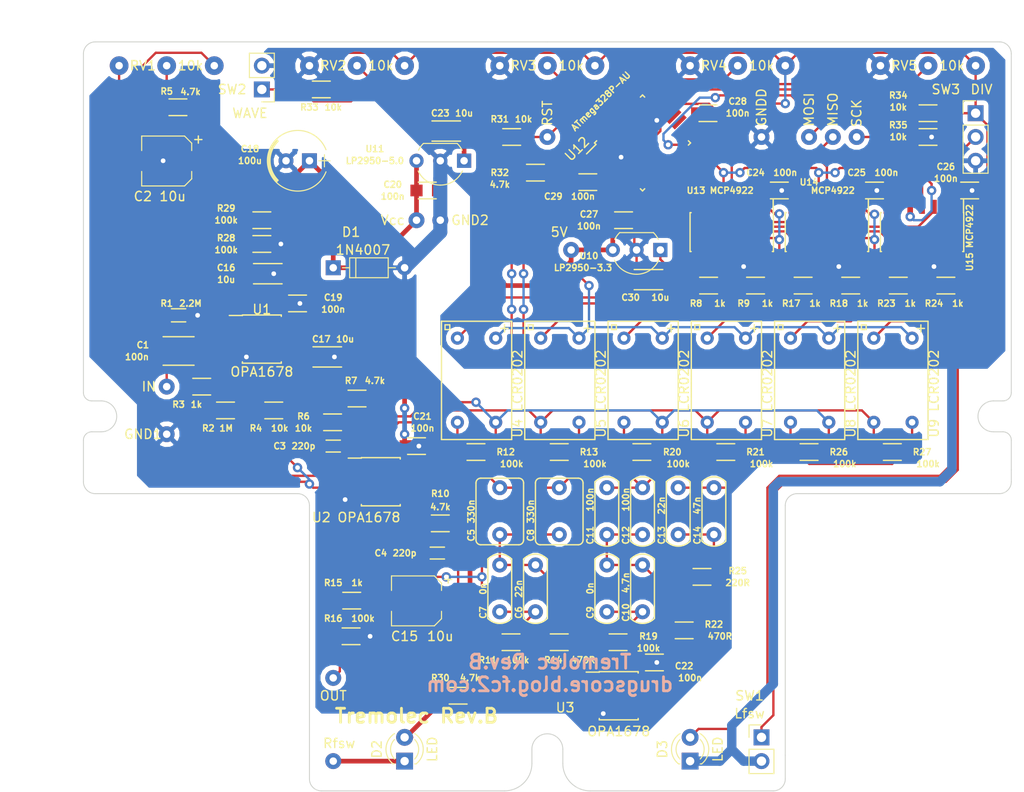
<source format=kicad_pcb>
(kicad_pcb (version 20171130) (host pcbnew 5.0.0-fee4fd1~66~ubuntu16.04.1)
  (layers (0 F.Cu signal) (31 B.Cu signal) (34 B.Paste user) (35 F.Paste user) (36 B.SilkS user) (37 F.SilkS user) (38 B.Mask user) (39 F.Mask user) (44 Edge.Cuts user))
  (net 0 "")
  (net 1 "Net-(C1-Pad2)")
  (net 2 "Net-(C1-Pad1)")
  (net 3 GNDA)
  (net 4 "Net-(C2-Pad1)")
  (net 5 "Net-(C3-Pad1)")
  (net 6 "Net-(C3-Pad2)")
  (net 7 "Net-(C4-Pad2)")
  (net 8 "Net-(C5-Pad1)")
  (net 9 "Net-(C10-Pad1)")
  (net 10 "Net-(C11-Pad1)")
  (net 11 "Net-(C10-Pad2)")
  (net 12 +9V)
  (net 13 "Net-(C15-Pad1)")
  (net 14 /BIAS)
  (net 15 +5V)
  (net 16 "Net-(D2-Pad1)")
  (net 17 "Net-(D3-Pad2)")
  (net 18 "Net-(J2-Pad1)")
  (net 19 "Net-(R4-Pad1)")
  (net 20 "Net-(R4-Pad2)")
  (net 21 "Net-(R5-Pad1)")
  (net 22 "Net-(R12-Pad1)")
  (net 23 "Net-(R8-Pad1)")
  (net 24 "Net-(R9-Pad1)")
  (net 25 "Net-(R14-Pad2)")
  (net 26 "Net-(R17-Pad1)")
  (net 27 "Net-(R18-Pad1)")
  (net 28 "Net-(R22-Pad2)")
  (net 29 "Net-(R23-Pad1)")
  (net 30 "Net-(R24-Pad1)")
  (net 31 /SW2)
  (net 32 /SW3)
  (net 33 /RV2)
  (net 34 /RV3)
  (net 35 /RV4)
  (net 36 /RV5)
  (net 37 "Net-(SW1-Pad1)")
  (net 38 "Net-(J4-Pad1)")
  (net 39 "Net-(J7-Pad1)")
  (net 40 "Net-(R2-Pad1)")
  (net 41 "Net-(D2-Pad2)")
  (net 42 "Net-(R32-Pad2)")
  (net 43 +3V3)
  (net 44 /MOSI)
  (net 45 /SCK)
  (net 46 /BASS-)
  (net 47 /BASS+)
  (net 48 /MID-)
  (net 49 /MID+)
  (net 50 /TRE-)
  (net 51 /TRE+)
  (net 52 /SS1)
  (net 53 /LDAC)
  (net 54 /SS2)
  (net 55 /SS3)
  (net 56 "Net-(C5-Pad2)")
  (net 57 "Net-(C6-Pad2)")
  (net 58 "Net-(C13-Pad1)")
  (net 59 "Net-(C13-Pad2)")
  (net 60 "Net-(C15-Pad2)")
  (net 61 "Net-(C16-Pad1)")
  (net 62 "Net-(U12-Pad31)")
  (net 63 "Net-(U12-Pad30)")
  (net 64 "Net-(U12-Pad22)")
  (net 65 "Net-(U12-Pad20)")
  (net 66 "Net-(U12-Pad19)")
  (net 67 "Net-(U12-Pad10)")
  (net 68 "Net-(U12-Pad9)")
  (net 69 "Net-(U12-Pad8)")
  (net 70 "Net-(U12-Pad7)")
  (net 71 "Net-(U12-Pad2)")
  (net 72 "Net-(U13-Pad2)")
  (net 73 "Net-(U13-Pad6)")
  (net 74 "Net-(U13-Pad7)")
  (net 75 "Net-(U14-Pad7)")
  (net 76 "Net-(U14-Pad6)")
  (net 77 "Net-(U14-Pad2)")
  (net 78 "Net-(U15-Pad2)")
  (net 79 "Net-(U15-Pad6)")
  (net 80 "Net-(U15-Pad7)")
  (module TO_SOT_Packages_THT:TO-92_Inline_Wide (layer F.Cu) (at 207.01 73.66 180)
    (fp_text reference U11 (at 9.525 1.27) (layer F.SilkS) (effects (font (size 0.67 0.67))))
    (fp_text value LP2950-5.0 (at 9.525 0 180) (layer F.SilkS) (effects (font (size 0.67 0.67))))
    (pad 2 thru_hole circle (at 2.54 0 270) (size 1.52 1.52) (drill 0.8) (layers *.Cu *.Mask) (net 3 GNDA))
    (pad 3 thru_hole circle (at 5.08 0 270) (size 1.52 1.52) (drill 0.8) (layers *.Cu *.Mask) (net 12 +9V))
    (pad 1 thru_hole rect (at 0 0 270) (size 1.52 1.52) (drill 0.8) (layers *.Cu *.Mask) (net 15 +5V))
  )
  (module myFoot:LCR0202 (layer F.Cu) (at 220.98 90.805 270)
    (fp_text reference U5 (at 11.43 -0.635 270) (layer F.SilkS))
    (fp_text value LCR0202 (at 6.35 -0.635 270) (layer F.SilkS))
    (pad 4 thru_hole oval (at 10.795 1.7018 270) (size 1.4 1.4) (drill 0.7) (layers *.Cu *.Mask) (net 8 "Net-(C5-Pad1)"))
    (pad 2 thru_hole circle (at 1.8034 5.7912 270) (size 1.4 1.4) (drill 0.7) (layers *.Cu *.Mask) (net 24 "Net-(R9-Pad1)"))
    (pad 1 thru_hole circle (at 1.8034 1.7018 270) (size 1.4 1.4) (drill 0.7) (layers *.Cu *.Mask) (net 15 +5V))
    (pad 3 thru_hole oval (at 10.795 5.7912 270) (size 1.4 1.4) (drill 0.7) (layers *.Cu *.Mask) (net 7 "Net-(C4-Pad2)"))
  )
  (module TO_SOT_Packages_THT:TO-92_Inline_Wide (layer F.Cu) (at 227.965 83.185 180)
    (fp_text reference U10 (at 7.62 -0.635) (layer F.SilkS) (effects (font (size 0.67 0.67))))
    (fp_text value LP2950-3.3 (at 8.255 -1.905 180) (layer F.SilkS) (effects (font (size 0.67 0.67))))
    (pad 1 thru_hole rect (at 0 0 270) (size 1.52 1.52) (drill 0.8) (layers *.Cu *.Mask) (net 43 +3V3))
    (pad 3 thru_hole circle (at 5.08 0 270) (size 1.52 1.52) (drill 0.8) (layers *.Cu *.Mask) (net 15 +5V))
    (pad 2 thru_hole circle (at 2.54 0 270) (size 1.52 1.52) (drill 0.8) (layers *.Cu *.Mask) (net 3 GNDA))
  )
  (module Housings_SOIC:SOIC-14_3.9x8.7mm_Pitch1.27mm (layer F.Cu) (at 235.585 81.28 270)
    (fp_text reference U13 (at -4.445 3.81) (layer F.SilkS) (effects (font (size 0.67 0.67))))
    (fp_text value MCP4922 (at -4.445 0) (layer F.SilkS) (effects (font (size 0.67 0.67))))
    (pad 1 smd rect (at -2.7 -3.81 270) (size 1.5 0.6) (layers F.Cu F.Paste F.Mask) (net 15 +5V))
    (pad 2 smd rect (at -2.7 -2.54 270) (size 1.5 0.6) (layers F.Cu F.Paste F.Mask) (net 72 "Net-(U13-Pad2)"))
    (pad 3 smd rect (at -2.7 -1.27 270) (size 1.5 0.6) (layers F.Cu F.Paste F.Mask) (net 52 /SS1))
    (pad 4 smd rect (at -2.7 0 270) (size 1.5 0.6) (layers F.Cu F.Paste F.Mask) (net 45 /SCK))
    (pad 5 smd rect (at -2.7 1.27 270) (size 1.5 0.6) (layers F.Cu F.Paste F.Mask) (net 44 /MOSI))
    (pad 6 smd rect (at -2.7 2.54 270) (size 1.5 0.6) (layers F.Cu F.Paste F.Mask) (net 73 "Net-(U13-Pad6)"))
    (pad 7 smd rect (at -2.7 3.81 270) (size 1.5 0.6) (layers F.Cu F.Paste F.Mask) (net 74 "Net-(U13-Pad7)"))
    (pad 8 smd rect (at 2.7 3.81 270) (size 1.5 0.6) (layers F.Cu F.Paste F.Mask) (net 53 /LDAC))
    (pad 9 smd rect (at 2.7 2.54 270) (size 1.5 0.6) (layers F.Cu F.Paste F.Mask) (net 15 +5V))
    (pad 10 smd rect (at 2.7 1.27 270) (size 1.5 0.6) (layers F.Cu F.Paste F.Mask) (net 46 /BASS-))
    (pad 11 smd rect (at 2.7 0 270) (size 1.5 0.6) (layers F.Cu F.Paste F.Mask) (net 43 +3V3))
    (pad 12 smd rect (at 2.7 -1.27 270) (size 1.5 0.6) (layers F.Cu F.Paste F.Mask) (net 3 GNDA))
    (pad 13 smd rect (at 2.7 -2.54 270) (size 1.5 0.6) (layers F.Cu F.Paste F.Mask) (net 43 +3V3))
    (pad 14 smd rect (at 2.7 -3.81 270) (size 1.5 0.6) (layers F.Cu F.Paste F.Mask) (net 47 /BASS+))
  )
  (module Housings_SOIC:SOIC-14_3.9x8.7mm_Pitch1.27mm (layer F.Cu) (at 255.905 81.28 270)
    (fp_text reference U15 (at 3.175 -5.08 270) (layer F.SilkS) (effects (font (size 0.67 0.67))))
    (fp_text value MCP4922 (at -0.635 -5.08 270) (layer F.SilkS) (effects (font (size 0.67 0.67))))
    (pad 1 smd rect (at -2.7 -3.81 270) (size 1.5 0.6) (layers F.Cu F.Paste F.Mask) (net 15 +5V))
    (pad 2 smd rect (at -2.7 -2.54 270) (size 1.5 0.6) (layers F.Cu F.Paste F.Mask) (net 78 "Net-(U15-Pad2)"))
    (pad 3 smd rect (at -2.7 -1.27 270) (size 1.5 0.6) (layers F.Cu F.Paste F.Mask) (net 55 /SS3))
    (pad 4 smd rect (at -2.7 0 270) (size 1.5 0.6) (layers F.Cu F.Paste F.Mask) (net 45 /SCK))
    (pad 5 smd rect (at -2.7 1.27 270) (size 1.5 0.6) (layers F.Cu F.Paste F.Mask) (net 44 /MOSI))
    (pad 6 smd rect (at -2.7 2.54 270) (size 1.5 0.6) (layers F.Cu F.Paste F.Mask) (net 79 "Net-(U15-Pad6)"))
    (pad 7 smd rect (at -2.7 3.81 270) (size 1.5 0.6) (layers F.Cu F.Paste F.Mask) (net 80 "Net-(U15-Pad7)"))
    (pad 8 smd rect (at 2.7 3.81 270) (size 1.5 0.6) (layers F.Cu F.Paste F.Mask) (net 53 /LDAC))
    (pad 9 smd rect (at 2.7 2.54 270) (size 1.5 0.6) (layers F.Cu F.Paste F.Mask) (net 15 +5V))
    (pad 10 smd rect (at 2.7 1.27 270) (size 1.5 0.6) (layers F.Cu F.Paste F.Mask) (net 50 /TRE-))
    (pad 11 smd rect (at 2.7 0 270) (size 1.5 0.6) (layers F.Cu F.Paste F.Mask) (net 43 +3V3))
    (pad 12 smd rect (at 2.7 -1.27 270) (size 1.5 0.6) (layers F.Cu F.Paste F.Mask) (net 3 GNDA))
    (pad 13 smd rect (at 2.7 -2.54 270) (size 1.5 0.6) (layers F.Cu F.Paste F.Mask) (net 43 +3V3))
    (pad 14 smd rect (at 2.7 -3.81 270) (size 1.5 0.6) (layers F.Cu F.Paste F.Mask) (net 51 /TRE+))
  )
  (module Housings_SOIC:SOIC-14_3.9x8.7mm_Pitch1.27mm (layer F.Cu) (at 245.745 81.28 270)
    (fp_text reference U14 (at -5.334 1.905) (layer F.SilkS) (effects (font (size 0.67 0.67))))
    (fp_text value MCP4922 (at -4.445 -0.635) (layer F.SilkS) (effects (font (size 0.67 0.67))))
    (pad 14 smd rect (at 2.7 -3.81 270) (size 1.5 0.6) (layers F.Cu F.Paste F.Mask) (net 49 /MID+))
    (pad 13 smd rect (at 2.7 -2.54 270) (size 1.5 0.6) (layers F.Cu F.Paste F.Mask) (net 43 +3V3))
    (pad 12 smd rect (at 2.7 -1.27 270) (size 1.5 0.6) (layers F.Cu F.Paste F.Mask) (net 3 GNDA))
    (pad 11 smd rect (at 2.7 0 270) (size 1.5 0.6) (layers F.Cu F.Paste F.Mask) (net 43 +3V3))
    (pad 10 smd rect (at 2.7 1.27 270) (size 1.5 0.6) (layers F.Cu F.Paste F.Mask) (net 48 /MID-))
    (pad 9 smd rect (at 2.7 2.54 270) (size 1.5 0.6) (layers F.Cu F.Paste F.Mask) (net 15 +5V))
    (pad 8 smd rect (at 2.7 3.81 270) (size 1.5 0.6) (layers F.Cu F.Paste F.Mask) (net 53 /LDAC))
    (pad 7 smd rect (at -2.7 3.81 270) (size 1.5 0.6) (layers F.Cu F.Paste F.Mask) (net 75 "Net-(U14-Pad7)"))
    (pad 6 smd rect (at -2.7 2.54 270) (size 1.5 0.6) (layers F.Cu F.Paste F.Mask) (net 76 "Net-(U14-Pad6)"))
    (pad 5 smd rect (at -2.7 1.27 270) (size 1.5 0.6) (layers F.Cu F.Paste F.Mask) (net 44 /MOSI))
    (pad 4 smd rect (at -2.7 0 270) (size 1.5 0.6) (layers F.Cu F.Paste F.Mask) (net 45 /SCK))
    (pad 3 smd rect (at -2.7 -1.27 270) (size 1.5 0.6) (layers F.Cu F.Paste F.Mask) (net 54 /SS2))
    (pad 2 smd rect (at -2.7 -2.54 270) (size 1.5 0.6) (layers F.Cu F.Paste F.Mask) (net 77 "Net-(U14-Pad2)"))
    (pad 1 smd rect (at -2.7 -3.81 270) (size 1.5 0.6) (layers F.Cu F.Paste F.Mask) (net 15 +5V))
  )
  (module myFoot:my_TQFP-32 (layer F.Cu) (at 226.06 71.755 45)
    (fp_text reference U12 (at -5.388154 -4.490128 45) (layer F.SilkS))
    (fp_text value ATmega328P-AU (at 0 -6.286179 45) (layer F.SilkS) (effects (font (size 0.67 0.67))))
    (pad 32 smd rect (at -2.799999 -4.35 135) (size 1.8 0.45) (layers F.Cu F.Paste F.Mask) (net 37 "Net-(SW1-Pad1)"))
    (pad 31 smd rect (at -2 -4.35 135) (size 1.8 0.45) (layers F.Cu F.Paste F.Mask) (net 62 "Net-(U12-Pad31)"))
    (pad 30 smd rect (at -1.200001 -4.35 135) (size 1.8 0.45) (layers F.Cu F.Paste F.Mask) (net 63 "Net-(U12-Pad30)"))
    (pad 29 smd rect (at -0.4 -4.35 135) (size 1.8 0.45) (layers F.Cu F.Paste F.Mask) (net 39 "Net-(J7-Pad1)"))
    (pad 28 smd rect (at 0.4 -4.35 135) (size 1.8 0.45) (layers F.Cu F.Paste F.Mask) (net 31 /SW2))
    (pad 27 smd rect (at 1.200001 -4.35 135) (size 1.8 0.45) (layers F.Cu F.Paste F.Mask) (net 33 /RV2))
    (pad 26 smd rect (at 2 -4.35 135) (size 1.8 0.45) (layers F.Cu F.Paste F.Mask) (net 34 /RV3))
    (pad 25 smd rect (at 2.799999 -4.35 135) (size 1.8 0.45) (layers F.Cu F.Paste F.Mask) (net 35 /RV4))
    (pad 24 smd rect (at 4.35 -2.799999 45) (size 1.8 0.45) (layers F.Cu F.Paste F.Mask) (net 36 /RV5))
    (pad 23 smd rect (at 4.35 -2 45) (size 1.8 0.45) (layers F.Cu F.Paste F.Mask) (net 32 /SW3))
    (pad 22 smd rect (at 4.35 -1.200001 45) (size 1.8 0.45) (layers F.Cu F.Paste F.Mask) (net 64 "Net-(U12-Pad22)"))
    (pad 21 smd rect (at 4.35 -0.4 45) (size 1.8 0.45) (layers F.Cu F.Paste F.Mask) (net 3 GNDA))
    (pad 20 smd rect (at 4.35 0.4 45) (size 1.8 0.45) (layers F.Cu F.Paste F.Mask) (net 65 "Net-(U12-Pad20)"))
    (pad 19 smd rect (at 4.35 1.200001 45) (size 1.8 0.45) (layers F.Cu F.Paste F.Mask) (net 66 "Net-(U12-Pad19)"))
    (pad 18 smd rect (at 4.35 2 45) (size 1.8 0.45) (layers F.Cu F.Paste F.Mask) (net 15 +5V))
    (pad 17 smd rect (at 4.35 2.799999 45) (size 1.8 0.45) (layers F.Cu F.Paste F.Mask) (net 45 /SCK))
    (pad 16 smd rect (at 2.799999 4.35 135) (size 1.8 0.45) (layers F.Cu F.Paste F.Mask) (net 38 "Net-(J4-Pad1)"))
    (pad 15 smd rect (at 2 4.35 135) (size 1.8 0.45) (layers F.Cu F.Paste F.Mask) (net 44 /MOSI))
    (pad 14 smd rect (at 1.200001 4.35 135) (size 1.8 0.45) (layers F.Cu F.Paste F.Mask) (net 52 /SS1))
    (pad 13 smd rect (at 0.4 4.35 135) (size 1.8 0.45) (layers F.Cu F.Paste F.Mask) (net 54 /SS2))
    (pad 12 smd rect (at -0.4 4.35 135) (size 1.8 0.45) (layers F.Cu F.Paste F.Mask) (net 55 /SS3))
    (pad 11 smd rect (at -1.200001 4.35 135) (size 1.8 0.45) (layers F.Cu F.Paste F.Mask) (net 53 /LDAC))
    (pad 10 smd rect (at -2 4.35 135) (size 1.8 0.45) (layers F.Cu F.Paste F.Mask) (net 67 "Net-(U12-Pad10)"))
    (pad 9 smd rect (at -2.799999 4.35 135) (size 1.8 0.45) (layers F.Cu F.Paste F.Mask) (net 68 "Net-(U12-Pad9)"))
    (pad 8 smd rect (at -4.35 2.799999 45) (size 1.8 0.45) (layers F.Cu F.Paste F.Mask) (net 69 "Net-(U12-Pad8)"))
    (pad 7 smd rect (at -4.35 2 45) (size 1.8 0.45) (layers F.Cu F.Paste F.Mask) (net 70 "Net-(U12-Pad7)"))
    (pad 6 smd rect (at -4.35 1.200001 45) (size 1.8 0.45) (layers F.Cu F.Paste F.Mask) (net 15 +5V))
    (pad 5 smd rect (at -4.35 0.4 45) (size 1.8 0.45) (layers F.Cu F.Paste F.Mask) (net 3 GNDA))
    (pad 4 smd rect (at -4.35 -0.4 45) (size 1.8 0.45) (layers F.Cu F.Paste F.Mask) (net 15 +5V))
    (pad 3 smd rect (at -4.35 -1.200001 45) (size 1.8 0.45) (layers F.Cu F.Paste F.Mask) (net 3 GNDA))
    (pad 2 smd rect (at -4.35 -2 45) (size 1.8 0.45) (layers F.Cu F.Paste F.Mask) (net 71 "Net-(U12-Pad2)"))
    (pad 1 smd rect (at -4.35 -2.799999 45) (size 1.8 0.45) (layers F.Cu F.Paste F.Mask) (net 42 "Net-(R32-Pad2)"))
  )
  (module Housings_SOIC:SOIC-8_3.9x4.9mm_Pitch1.27mm (layer F.Cu) (at 223.52 130.81)
    (fp_text reference U3 (at -5.715 1.27) (layer F.SilkS))
    (fp_text value OPA1678 (at 0 3.81) (layer F.SilkS))
    (pad 8 smd rect (at 2.7 -1.905) (size 1.55 0.6) (layers F.Cu F.Paste F.Mask) (net 12 +9V))
    (pad 7 smd rect (at 2.7 -0.635) (size 1.55 0.6) (layers F.Cu F.Paste F.Mask) (net 28 "Net-(R22-Pad2)"))
    (pad 6 smd rect (at 2.7 0.635) (size 1.55 0.6) (layers F.Cu F.Paste F.Mask) (net 28 "Net-(R22-Pad2)"))
    (pad 5 smd rect (at 2.7 1.905) (size 1.55 0.6) (layers F.Cu F.Paste F.Mask) (net 11 "Net-(C10-Pad2)"))
    (pad 4 smd rect (at -2.7 1.905) (size 1.55 0.6) (layers F.Cu F.Paste F.Mask) (net 3 GNDA))
    (pad 3 smd rect (at -2.7 0.635) (size 1.55 0.6) (layers F.Cu F.Paste F.Mask) (net 57 "Net-(C6-Pad2)"))
    (pad 2 smd rect (at -2.7 -0.635) (size 1.55 0.6) (layers F.Cu F.Paste F.Mask) (net 25 "Net-(R14-Pad2)"))
    (pad 1 smd rect (at -2.7 -1.905) (size 1.55 0.6) (layers F.Cu F.Paste F.Mask) (net 25 "Net-(R14-Pad2)"))
  )
  (module myFoot:LCR0202 (layer F.Cu) (at 238.76 90.805 270)
    (fp_text reference U7 (at 11.43 -0.635 270) (layer F.SilkS))
    (fp_text value LCR0202 (at 6.35 -0.635 270) (layer F.SilkS))
    (pad 4 thru_hole oval (at 10.795 1.7018 270) (size 1.4 1.4) (drill 0.7) (layers *.Cu *.Mask) (net 10 "Net-(C11-Pad1)"))
    (pad 2 thru_hole circle (at 1.8034 5.7912 270) (size 1.4 1.4) (drill 0.7) (layers *.Cu *.Mask) (net 27 "Net-(R18-Pad1)"))
    (pad 1 thru_hole circle (at 1.8034 1.7018 270) (size 1.4 1.4) (drill 0.7) (layers *.Cu *.Mask) (net 15 +5V))
    (pad 3 thru_hole oval (at 10.795 5.7912 270) (size 1.4 1.4) (drill 0.7) (layers *.Cu *.Mask) (net 7 "Net-(C4-Pad2)"))
  )
  (module Diodes_THT:D_DO-35_SOD27_P7.62mm_Horizontal (layer F.Cu) (at 193.04 85.09)
    (fp_text reference D1 (at 1.905 -3.81) (layer F.SilkS))
    (fp_text value 1N4007 (at 3.175 -1.905) (layer F.SilkS))
    (pad 2 thru_hole oval (at 7.62 0) (size 1.6 1.6) (drill 0.8) (layers *.Cu *.Mask) (net 3 GNDA))
    (pad 1 thru_hole rect (at 0 0) (size 1.6 1.6) (drill 0.8) (layers *.Cu *.Mask) (net 12 +9V))
  )
  (module LEDs:LED_D3.0mm (layer F.Cu) (at 200.66 137.795 90)
    (fp_text reference D2 (at 1.27 -2.96 90) (layer F.SilkS))
    (fp_text value LED (at 1.27 2.96 90) (layer F.SilkS))
    (pad 2 thru_hole circle (at 2.54 0 90) (size 1.8 1.8) (drill 0.9) (layers *.Cu *.Mask) (net 41 "Net-(D2-Pad2)"))
    (pad 1 thru_hole rect (at 0 0 90) (size 1.8 1.8) (drill 0.9) (layers *.Cu *.Mask) (net 16 "Net-(D2-Pad1)"))
  )
  (module LEDs:LED_D3.0mm (layer F.Cu) (at 231.14 137.795 90)
    (fp_text reference D3 (at 1.27 -2.96 90) (layer F.SilkS))
    (fp_text value LED (at 1.27 2.96 90) (layer F.SilkS))
    (pad 1 thru_hole rect (at 0 0 90) (size 1.8 1.8) (drill 0.9) (layers *.Cu *.Mask) (net 3 GNDA))
    (pad 2 thru_hole circle (at 2.54 0 90) (size 1.8 1.8) (drill 0.9) (layers *.Cu *.Mask) (net 17 "Net-(D3-Pad2)"))
  )
  (module myFoot:my_SmallPad_0-8mmDrill (layer F.Cu) (at 175.26 97.79)
    (fp_text reference J1 hide)
    (fp_text value IN (at -1.905 0) (layer F.SilkS))
    (pad 1 thru_hole circle (at 0 0) (size 1.7 1.7) (drill 0.8001) (layers *.Cu *.Mask) (net 1 "Net-(C1-Pad2)"))
  )
  (module myFoot:my_SmallPad_0-8mmDrill (layer F.Cu) (at 193.04 128.905)
    (fp_text reference J2 hide)
    (fp_text value OUT (at 0 1.905) (layer F.SilkS))
    (pad 1 thru_hole circle (at 0 0) (size 1.7 1.7) (drill 0.8001) (layers *.Cu *.Mask) (net 18 "Net-(J2-Pad1)"))
  )
  (module myFoot:my_SmallPad_0-8mmDrill (layer F.Cu) (at 193.04 137.795)
    (fp_text reference J3 hide)
    (fp_text value Rfsw (at 0.635 -1.905) (layer F.SilkS))
    (pad 1 thru_hole circle (at 0 0) (size 1.7 1.7) (drill 0.8001) (layers *.Cu *.Mask) (net 16 "Net-(D2-Pad1)"))
  )
  (module myFoot:my_SmallPad_0-8mmDrill (layer F.Cu) (at 246.38 71.12)
    (fp_text reference J4 hide)
    (fp_text value MISO (at 0 -2.921 90) (layer F.SilkS))
    (pad 1 thru_hole circle (at 0 0) (size 1.7 1.7) (drill 0.8001) (layers *.Cu *.Mask) (net 38 "Net-(J4-Pad1)"))
  )
  (module myFoot:my_SmallPad_0-8mmDrill (layer F.Cu) (at 243.84 71.12)
    (fp_text reference J5 hide)
    (fp_text value MOSI (at 0 -2.921 90) (layer F.SilkS))
    (pad 1 thru_hole circle (at 0 0) (size 1.7 1.7) (drill 0.8001) (layers *.Cu *.Mask) (net 44 /MOSI))
  )
  (module myFoot:my_SmallPad_0-8mmDrill (layer F.Cu) (at 248.92 71.12)
    (fp_text reference J6 hide)
    (fp_text value SCK (at 0 -2.54 90) (layer F.SilkS))
    (pad 1 thru_hole circle (at 0 0) (size 1.7 1.7) (drill 0.8001) (layers *.Cu *.Mask) (net 45 /SCK))
  )
  (module myFoot:my_SmallPad_0-8mmDrill (layer F.Cu) (at 215.9 71.12)
    (fp_text reference J7 hide)
    (fp_text value RST (at 0 -2.54 90) (layer F.SilkS))
    (pad 1 thru_hole circle (at 0 0) (size 1.7 1.7) (drill 0.8001) (layers *.Cu *.Mask) (net 39 "Net-(J7-Pad1)"))
  )
  (module Pin_Headers:Pin_Header_Straight_1x02_Pitch2.54mm (layer F.Cu) (at 238.76 135.255)
    (fp_text reference SW1 (at -1.27 -4.445) (layer F.SilkS))
    (fp_text value Lfsw (at -1.27 -2.54) (layer F.SilkS))
    (pad 1 thru_hole rect (at 0 0) (size 1.7 1.7) (drill 1) (layers *.Cu *.Mask) (net 37 "Net-(SW1-Pad1)"))
    (pad 2 thru_hole oval (at 0 2.54) (size 1.7 1.7) (drill 1) (layers *.Cu *.Mask) (net 3 GNDA))
  )
  (module Pin_Headers:Pin_Header_Straight_1x02_Pitch2.54mm (layer F.Cu) (at 185.42 66.04 180)
    (fp_text reference SW2 (at 3.175 0 180) (layer F.SilkS))
    (fp_text value WAVE (at 1.27 -2.54 180) (layer F.SilkS))
    (pad 2 thru_hole oval (at 0 2.54 180) (size 1.7 1.7) (drill 1) (layers *.Cu *.Mask) (net 3 GNDA))
    (pad 1 thru_hole rect (at 0 0 180) (size 1.7 1.7) (drill 1) (layers *.Cu *.Mask) (net 31 /SW2))
  )
  (module Pin_Headers:Pin_Header_Straight_1x03_Pitch2.54mm (layer F.Cu) (at 261.62 68.58)
    (fp_text reference SW3 (at -3.175 -2.54) (layer F.SilkS))
    (fp_text value DIV (at 0.635 -2.54) (layer F.SilkS))
    (pad 1 thru_hole rect (at 0 0) (size 1.7 1.7) (drill 1) (layers *.Cu *.Mask) (net 15 +5V))
    (pad 2 thru_hole oval (at 0 2.54) (size 1.7 1.7) (drill 1) (layers *.Cu *.Mask) (net 32 /SW3))
    (pad 3 thru_hole oval (at 0 5.08) (size 1.7 1.7) (drill 1) (layers *.Cu *.Mask) (net 3 GNDA))
  )
  (module Housings_SOIC:SOIC-8_3.9x4.9mm_Pitch1.27mm (layer F.Cu) (at 185.42 92.71)
    (fp_text reference U1 (at 0 -3.175) (layer F.SilkS))
    (fp_text value OPA1678 (at 0 3.5) (layer F.SilkS))
    (pad 1 smd rect (at -2.7 -1.905) (size 1.55 0.6) (layers F.Cu F.Paste F.Mask) (net 20 "Net-(R4-Pad2)"))
    (pad 2 smd rect (at -2.7 -0.635) (size 1.55 0.6) (layers F.Cu F.Paste F.Mask) (net 20 "Net-(R4-Pad2)"))
    (pad 3 smd rect (at -2.7 0.635) (size 1.55 0.6) (layers F.Cu F.Paste F.Mask) (net 40 "Net-(R2-Pad1)"))
    (pad 4 smd rect (at -2.7 1.905) (size 1.55 0.6) (layers F.Cu F.Paste F.Mask) (net 3 GNDA))
    (pad 5 smd rect (at 2.7 1.905) (size 1.55 0.6) (layers F.Cu F.Paste F.Mask) (net 61 "Net-(C16-Pad1)"))
    (pad 6 smd rect (at 2.7 0.635) (size 1.55 0.6) (layers F.Cu F.Paste F.Mask) (net 14 /BIAS))
    (pad 7 smd rect (at 2.7 -0.635) (size 1.55 0.6) (layers F.Cu F.Paste F.Mask) (net 14 /BIAS))
    (pad 8 smd rect (at 2.7 -1.905) (size 1.55 0.6) (layers F.Cu F.Paste F.Mask) (net 12 +9V))
  )
  (module Housings_SOIC:SOIC-8_3.9x4.9mm_Pitch1.27mm (layer F.Cu) (at 198.12 107.95)
    (fp_text reference U2 (at -6.35 3.81) (layer F.SilkS))
    (fp_text value OPA1678 (at -1.27 3.81) (layer F.SilkS))
    (pad 8 smd rect (at 2.7 -1.905) (size 1.55 0.6) (layers F.Cu F.Paste F.Mask) (net 12 +9V))
    (pad 7 smd rect (at 2.7 -0.635) (size 1.55 0.6) (layers F.Cu F.Paste F.Mask) (net 13 "Net-(C15-Pad1)"))
    (pad 6 smd rect (at 2.7 0.635) (size 1.55 0.6) (layers F.Cu F.Paste F.Mask) (net 7 "Net-(C4-Pad2)"))
    (pad 5 smd rect (at 2.7 1.905) (size 1.55 0.6) (layers F.Cu F.Paste F.Mask) (net 22 "Net-(R12-Pad1)"))
    (pad 4 smd rect (at -2.7 1.905) (size 1.55 0.6) (layers F.Cu F.Paste F.Mask) (net 3 GNDA))
    (pad 3 smd rect (at -2.7 0.635) (size 1.55 0.6) (layers F.Cu F.Paste F.Mask) (net 19 "Net-(R4-Pad1)"))
    (pad 2 smd rect (at -2.7 -0.635) (size 1.55 0.6) (layers F.Cu F.Paste F.Mask) (net 6 "Net-(C3-Pad2)"))
    (pad 1 smd rect (at -2.7 -1.905) (size 1.55 0.6) (layers F.Cu F.Paste F.Mask) (net 5 "Net-(C3-Pad1)"))
  )
  (module myFoot:LCR0202 (layer F.Cu) (at 212.09 90.805 270)
    (fp_text reference U4 (at 11.43 -0.635 270) (layer F.SilkS))
    (fp_text value LCR0202 (at 6.35 -0.635 270) (layer F.SilkS))
    (pad 3 thru_hole oval (at 10.795 5.7912 270) (size 1.4 1.4) (drill 0.7) (layers *.Cu *.Mask) (net 8 "Net-(C5-Pad1)"))
    (pad 1 thru_hole circle (at 1.8034 1.7018 270) (size 1.4 1.4) (drill 0.7) (layers *.Cu *.Mask) (net 15 +5V))
    (pad 2 thru_hole circle (at 1.8034 5.7912 270) (size 1.4 1.4) (drill 0.7) (layers *.Cu *.Mask) (net 23 "Net-(R8-Pad1)"))
    (pad 4 thru_hole oval (at 10.795 1.7018 270) (size 1.4 1.4) (drill 0.7) (layers *.Cu *.Mask) (net 22 "Net-(R12-Pad1)"))
  )
  (module myFoot:LCR0202 (layer F.Cu) (at 229.87 90.805 270)
    (fp_text reference U6 (at 11.43 -0.635 270) (layer F.SilkS))
    (fp_text value LCR0202 (at 6.35 -0.635 270) (layer F.SilkS))
    (pad 3 thru_hole oval (at 10.795 5.7912 270) (size 1.4 1.4) (drill 0.7) (layers *.Cu *.Mask) (net 10 "Net-(C11-Pad1)"))
    (pad 1 thru_hole circle (at 1.8034 1.7018 270) (size 1.4 1.4) (drill 0.7) (layers *.Cu *.Mask) (net 15 +5V))
    (pad 2 thru_hole circle (at 1.8034 5.7912 270) (size 1.4 1.4) (drill 0.7) (layers *.Cu *.Mask) (net 26 "Net-(R17-Pad1)"))
    (pad 4 thru_hole oval (at 10.795 1.7018 270) (size 1.4 1.4) (drill 0.7) (layers *.Cu *.Mask) (net 22 "Net-(R12-Pad1)"))
  )
  (module myFoot:LCR0202 (layer F.Cu) (at 247.65 90.805 270)
    (fp_text reference U8 (at 11.43 -0.635 270) (layer F.SilkS))
    (fp_text value LCR0202 (at 6.35 -0.635 270) (layer F.SilkS))
    (pad 4 thru_hole oval (at 10.795 1.7018 270) (size 1.4 1.4) (drill 0.7) (layers *.Cu *.Mask) (net 22 "Net-(R12-Pad1)"))
    (pad 2 thru_hole circle (at 1.8034 5.7912 270) (size 1.4 1.4) (drill 0.7) (layers *.Cu *.Mask) (net 29 "Net-(R23-Pad1)"))
    (pad 1 thru_hole circle (at 1.8034 1.7018 270) (size 1.4 1.4) (drill 0.7) (layers *.Cu *.Mask) (net 15 +5V))
    (pad 3 thru_hole oval (at 10.795 5.7912 270) (size 1.4 1.4) (drill 0.7) (layers *.Cu *.Mask) (net 58 "Net-(C13-Pad1)"))
  )
  (module myFoot:LCR0202 (layer F.Cu) (at 256.54 90.805 270)
    (fp_text reference U9 (at 11.43 -0.635 270) (layer F.SilkS))
    (fp_text value LCR0202 (at 6.35 -0.635 270) (layer F.SilkS))
    (pad 3 thru_hole oval (at 10.795 5.7912 270) (size 1.4 1.4) (drill 0.7) (layers *.Cu *.Mask) (net 7 "Net-(C4-Pad2)"))
    (pad 1 thru_hole circle (at 1.8034 1.7018 270) (size 1.4 1.4) (drill 0.7) (layers *.Cu *.Mask) (net 15 +5V))
    (pad 2 thru_hole circle (at 1.8034 5.7912 270) (size 1.4 1.4) (drill 0.7) (layers *.Cu *.Mask) (net 30 "Net-(R24-Pad1)"))
    (pad 4 thru_hole oval (at 10.795 1.7018 270) (size 1.4 1.4) (drill 0.7) (layers *.Cu *.Mask) (net 58 "Net-(C13-Pad1)"))
  )
  (module myFoot:my_pot (layer F.Cu) (at 175.26 63.5)
    (fp_text reference RV1 (at -2.54 0) (layer F.SilkS))
    (fp_text value 10k (at 2.54 0) (layer F.SilkS))
    (pad 2 thru_hole circle (at 0 0) (size 1.99898 1.99898) (drill 0.8001) (layers *.Cu *.Mask) (net 21 "Net-(R5-Pad1)"))
    (pad 1 thru_hole circle (at -5.08 0) (size 1.99898 1.99898) (drill 0.8001) (layers *.Cu *.Mask) (net 19 "Net-(R4-Pad1)"))
    (pad 3 thru_hole circle (at 5.08 0) (size 1.99898 1.99898) (drill 0.8001) (layers *.Cu *.Mask) (net 6 "Net-(C3-Pad2)"))
  )
  (module myFoot:my_pot (layer F.Cu) (at 195.58 63.5)
    (fp_text reference RV2 (at -2.54 0) (layer F.SilkS))
    (fp_text value 10k (at 2.54 0) (layer F.SilkS))
    (pad 2 thru_hole circle (at 0 0) (size 1.99898 1.99898) (drill 0.8001) (layers *.Cu *.Mask) (net 33 /RV2))
    (pad 1 thru_hole circle (at -5.08 0) (size 1.99898 1.99898) (drill 0.8001) (layers *.Cu *.Mask) (net 3 GNDA))
    (pad 3 thru_hole circle (at 5.08 0) (size 1.99898 1.99898) (drill 0.8001) (layers *.Cu *.Mask) (net 15 +5V))
  )
  (module myFoot:my_pot (layer F.Cu) (at 215.9 63.5)
    (fp_text reference RV3 (at -2.54 0) (layer F.SilkS))
    (fp_text value 10k (at 2.54 0) (layer F.SilkS))
    (pad 3 thru_hole circle (at 5.08 0) (size 1.99898 1.99898) (drill 0.8001) (layers *.Cu *.Mask) (net 15 +5V))
    (pad 1 thru_hole circle (at -5.08 0) (size 1.99898 1.99898) (drill 0.8001) (layers *.Cu *.Mask) (net 3 GNDA))
    (pad 2 thru_hole circle (at 0 0) (size 1.99898 1.99898) (drill 0.8001) (layers *.Cu *.Mask) (net 34 /RV3))
  )
  (module myFoot:my_pot (layer F.Cu) (at 236.22 63.5)
    (fp_text reference RV4 (at -2.54 0) (layer F.SilkS))
    (fp_text value 10k (at 2.54 0) (layer F.SilkS))
    (pad 2 thru_hole circle (at 0 0) (size 1.99898 1.99898) (drill 0.8001) (layers *.Cu *.Mask) (net 35 /RV4))
    (pad 1 thru_hole circle (at -5.08 0) (size 1.99898 1.99898) (drill 0.8001) (layers *.Cu *.Mask) (net 3 GNDA))
    (pad 3 thru_hole circle (at 5.08 0) (size 1.99898 1.99898) (drill 0.8001) (layers *.Cu *.Mask) (net 15 +5V))
  )
  (module myFoot:my_pot (layer F.Cu) (at 256.54 63.5)
    (fp_text reference RV5 (at -2.54 0) (layer F.SilkS))
    (fp_text value 10k (at 2.54 0) (layer F.SilkS))
    (pad 3 thru_hole circle (at 5.08 0) (size 1.99898 1.99898) (drill 0.8001) (layers *.Cu *.Mask) (net 15 +5V))
    (pad 1 thru_hole circle (at -5.08 0) (size 1.99898 1.99898) (drill 0.8001) (layers *.Cu *.Mask) (net 3 GNDA))
    (pad 2 thru_hole circle (at 0 0) (size 1.99898 1.99898) (drill 0.8001) (layers *.Cu *.Mask) (net 36 /RV5))
  )
  (module myFoot:my_SmallPad_0-8mmDrill (layer F.Cu) (at 201.93 80.01)
    (fp_text reference J8 hide)
    (fp_text value Vcc (at -2.54 0) (layer F.SilkS))
    (pad 1 thru_hole circle (at 0 0) (size 1.7 1.7) (drill 0.8001) (layers *.Cu *.Mask) (net 12 +9V))
  )
  (module myFoot:my_SmallPad_0-8mmDrill (layer F.Cu) (at 175.26 102.87)
    (fp_text reference J9 hide)
    (fp_text value GND1 (at -2.54 0) (layer F.SilkS))
    (pad 1 thru_hole circle (at 0 0) (size 1.7 1.7) (drill 0.8001) (layers *.Cu *.Mask) (net 3 GNDA))
  )
  (module myFoot:my_SmallPad_0-8mmDrill (layer F.Cu) (at 204.47 80.01)
    (fp_text reference J10 hide)
    (fp_text value GND2 (at 3.175 0) (layer F.SilkS))
    (pad 1 thru_hole circle (at 0 0) (size 1.7 1.7) (drill 0.8001) (layers *.Cu *.Mask) (net 3 GNDA))
  )
  (module myFoot:my_SmallPad_0-8mmDrill (layer F.Cu) (at 238.76 71.12)
    (fp_text reference TP2 hide)
    (fp_text value GNDD (at 0 -3.175 90) (layer F.SilkS))
    (pad 1 thru_hole circle (at 0 0) (size 1.7 1.7) (drill 0.8001) (layers *.Cu *.Mask) (net 3 GNDA))
  )
  (module myFoot:my_SmallPad_0-8mmDrill (layer F.Cu) (at 218.44 83.185)
    (fp_text reference TP3 hide)
    (fp_text value 5V (at -1.27 -1.905) (layer F.SilkS))
    (pad 1 thru_hole circle (at 0 0) (size 1.7 1.7) (drill 0.8001) (layers *.Cu *.Mask) (net 15 +5V))
  )
  (module myFoot:my_C_Rect1_P5.00mm (layer F.Cu) (at 233.68 108.585 270)
    (fp_text reference C14 (at 5.08 1.778 270) (layer F.SilkS) (effects (font (size 0.67 0.67))))
    (fp_text value 47n (at 1.905 1.778 270) (layer F.SilkS) (effects (font (size 0.67 0.67))))
    (pad 1 thru_hole circle (at 0 0 270) (size 1.6 1.6) (drill 0.8) (layers *.Cu *.Mask) (net 58 "Net-(C13-Pad1)"))
    (pad 2 thru_hole circle (at 5 0 270) (size 1.6 1.6) (drill 0.8) (layers *.Cu *.Mask) (net 59 "Net-(C13-Pad2)"))
  )
  (module "myFoot:my_C_3225(1210)_HandSoldering" (layer F.Cu) (at 176.53 93.98 180)
    (fp_text reference C1 (at 3.81 0.635 180) (layer F.SilkS) (effects (font (size 0.67 0.67))))
    (fp_text value 100n (at 4.445 -0.635 180) (layer F.SilkS) (effects (font (size 0.67 0.67))))
    (pad 1 smd rect (at -1.7 0 180) (size 1.4 2.5) (layers F.Cu F.Paste F.Mask) (net 2 "Net-(C1-Pad1)"))
    (pad 2 smd rect (at 1.7 0 180) (size 1.4 2.5) (layers F.Cu F.Paste F.Mask) (net 1 "Net-(C1-Pad2)"))
  )
  (module "myFoot:my_C_1608(0603)_HandSoldering" (layer F.Cu) (at 193.04 104.14 180)
    (fp_text reference C3 (at 5.715 0 180) (layer F.SilkS) (effects (font (size 0.67 0.67))))
    (fp_text value 220p (at 3.175 0 180) (layer F.SilkS) (effects (font (size 0.67 0.67))))
    (pad 1 smd rect (at -0.95 0 180) (size 1.2 0.75) (layers F.Cu F.Paste F.Mask) (net 5 "Net-(C3-Pad1)"))
    (pad 2 smd rect (at 0.95 0 180) (size 1.2 0.75) (layers F.Cu F.Paste F.Mask) (net 6 "Net-(C3-Pad2)"))
  )
  (module "myFoot:my_C_1608(0603)_HandSoldering" (layer F.Cu) (at 204.155 115.57 180)
    (fp_text reference C4 (at 6.035 0 180) (layer F.SilkS) (effects (font (size 0.67 0.67))))
    (fp_text value 220p (at 3.495 0 180) (layer F.SilkS) (effects (font (size 0.67 0.67))))
    (pad 2 smd rect (at 0.95 0 180) (size 1.2 0.75) (layers F.Cu F.Paste F.Mask) (net 7 "Net-(C4-Pad2)"))
    (pad 1 smd rect (at -0.95 0 180) (size 1.2 0.75) (layers F.Cu F.Paste F.Mask) (net 13 "Net-(C15-Pad1)"))
  )
  (module myFoot:my_C_Rect2_P5.00mm (layer F.Cu) (at 210.82 108.585 270)
    (fp_text reference C5 (at 5.08 3.048 270) (layer F.SilkS) (effects (font (size 0.67 0.67))))
    (fp_text value 330n (at 2.54 3.048 270) (layer F.SilkS) (effects (font (size 0.67 0.67))))
    (pad 1 thru_hole circle (at 0 0 270) (size 1.6 1.6) (drill 0.8) (layers *.Cu *.Mask) (net 8 "Net-(C5-Pad1)"))
    (pad 2 thru_hole circle (at 5 0 270) (size 1.6 1.6) (drill 0.8) (layers *.Cu *.Mask) (net 56 "Net-(C5-Pad2)"))
  )
  (module myFoot:my_C_Rect1_P5.00mm (layer F.Cu) (at 214.63 116.84 270)
    (fp_text reference C6 (at 5.08 1.778 270) (layer F.SilkS) (effects (font (size 0.67 0.67))))
    (fp_text value 22n (at 2.54 1.778 270) (layer F.SilkS) (effects (font (size 0.67 0.67))))
    (pad 2 thru_hole circle (at 5 0 270) (size 1.6 1.6) (drill 0.8) (layers *.Cu *.Mask) (net 57 "Net-(C6-Pad2)"))
    (pad 1 thru_hole circle (at 0 0 270) (size 1.6 1.6) (drill 0.8) (layers *.Cu *.Mask) (net 56 "Net-(C5-Pad2)"))
  )
  (module myFoot:my_C_Rect1_P5.00mm (layer F.Cu) (at 210.82 116.84 270)
    (fp_text reference C7 (at 5.08 1.778 270) (layer F.SilkS) (effects (font (size 0.67 0.67))))
    (fp_text value 0n (at 2.54 1.778 270) (layer F.SilkS) (effects (font (size 0.67 0.67))))
    (pad 2 thru_hole circle (at 5 0 270) (size 1.6 1.6) (drill 0.8) (layers *.Cu *.Mask) (net 57 "Net-(C6-Pad2)"))
    (pad 1 thru_hole circle (at 0 0 270) (size 1.6 1.6) (drill 0.8) (layers *.Cu *.Mask) (net 56 "Net-(C5-Pad2)"))
  )
  (module myFoot:my_C_Rect2_P5.00mm (layer F.Cu) (at 217.17 108.585 270)
    (fp_text reference C8 (at 5.08 3.048 270) (layer F.SilkS) (effects (font (size 0.67 0.67))))
    (fp_text value 330n (at 2.54 3.048 270) (layer F.SilkS) (effects (font (size 0.67 0.67))))
    (pad 2 thru_hole circle (at 5 0 270) (size 1.6 1.6) (drill 0.8) (layers *.Cu *.Mask) (net 56 "Net-(C5-Pad2)"))
    (pad 1 thru_hole circle (at 0 0 270) (size 1.6 1.6) (drill 0.8) (layers *.Cu *.Mask) (net 8 "Net-(C5-Pad1)"))
  )
  (module myFoot:my_C_Rect1_P5.00mm (layer F.Cu) (at 222.25 116.84 270)
    (fp_text reference C9 (at 5.08 1.778 270) (layer F.SilkS) (effects (font (size 0.67 0.67))))
    (fp_text value 0n (at 2.5 1.778 270) (layer F.SilkS) (effects (font (size 0.67 0.67))))
    (pad 1 thru_hole circle (at 0 0 270) (size 1.6 1.6) (drill 0.8) (layers *.Cu *.Mask) (net 9 "Net-(C10-Pad1)"))
    (pad 2 thru_hole circle (at 5 0 270) (size 1.6 1.6) (drill 0.8) (layers *.Cu *.Mask) (net 11 "Net-(C10-Pad2)"))
  )
  (module myFoot:my_C_Rect1_P5.00mm (layer F.Cu) (at 226.06 116.84 270)
    (fp_text reference C10 (at 5.08 1.778 270) (layer F.SilkS) (effects (font (size 0.67 0.67))))
    (fp_text value 4.7n (at 1.905 1.778 270) (layer F.SilkS) (effects (font (size 0.67 0.67))))
    (pad 1 thru_hole circle (at 0 0 270) (size 1.6 1.6) (drill 0.8) (layers *.Cu *.Mask) (net 9 "Net-(C10-Pad1)"))
    (pad 2 thru_hole circle (at 5 0 270) (size 1.6 1.6) (drill 0.8) (layers *.Cu *.Mask) (net 11 "Net-(C10-Pad2)"))
  )
  (module myFoot:my_C_Rect1_P5.00mm (layer F.Cu) (at 222.25 108.585 270)
    (fp_text reference C11 (at 5.08 1.778 270) (layer F.SilkS) (effects (font (size 0.67 0.67))))
    (fp_text value 100n (at 1.27 1.778 270) (layer F.SilkS) (effects (font (size 0.67 0.67))))
    (pad 2 thru_hole circle (at 5 0 270) (size 1.6 1.6) (drill 0.8) (layers *.Cu *.Mask) (net 9 "Net-(C10-Pad1)"))
    (pad 1 thru_hole circle (at 0 0 270) (size 1.6 1.6) (drill 0.8) (layers *.Cu *.Mask) (net 10 "Net-(C11-Pad1)"))
  )
  (module myFoot:my_C_Rect1_P5.00mm (layer F.Cu) (at 226.06 108.585 270)
    (fp_text reference C12 (at 5.08 1.778 270) (layer F.SilkS) (effects (font (size 0.67 0.67))))
    (fp_text value 100n (at 1.27 1.778 270) (layer F.SilkS) (effects (font (size 0.67 0.67))))
    (pad 1 thru_hole circle (at 0 0 270) (size 1.6 1.6) (drill 0.8) (layers *.Cu *.Mask) (net 10 "Net-(C11-Pad1)"))
    (pad 2 thru_hole circle (at 5 0 270) (size 1.6 1.6) (drill 0.8) (layers *.Cu *.Mask) (net 9 "Net-(C10-Pad1)"))
  )
  (module myFoot:my_C_Rect1_P5.00mm (layer F.Cu) (at 229.87 108.585 270)
    (fp_text reference C13 (at 5.08 1.778 90) (layer F.SilkS) (effects (font (size 0.67 0.67))))
    (fp_text value 22n (at 1.905 1.778 270) (layer F.SilkS) (effects (font (size 0.67 0.67))))
    (pad 2 thru_hole circle (at 5 0 270) (size 1.6 1.6) (drill 0.8) (layers *.Cu *.Mask) (net 59 "Net-(C13-Pad2)"))
    (pad 1 thru_hole circle (at 0 0 270) (size 1.6 1.6) (drill 0.8) (layers *.Cu *.Mask) (net 58 "Net-(C13-Pad1)"))
  )
  (module Capacitors_SMD:CP_Elec_5x5.3 (layer F.Cu) (at 201.93 120.65 180)
    (fp_text reference C15 (at 1.27 -3.81 180) (layer F.SilkS))
    (fp_text value 10u (at -2.54 -3.81 180) (layer F.SilkS))
    (fp_text user + (at -3.38 2.34 180) (layer F.SilkS))
    (pad 1 smd rect (at -2.2 0) (size 3 1.6) (layers F.Cu F.Paste F.Mask) (net 13 "Net-(C15-Pad1)"))
    (pad 2 smd rect (at 2.2 0) (size 3 1.6) (layers F.Cu F.Paste F.Mask) (net 60 "Net-(C15-Pad2)"))
  )
  (module "myFoot:my_C_3216(1206)_HandSoldering" (layer F.Cu) (at 186.055 85.725)
    (fp_text reference C16 (at -4.445 -0.635) (layer F.SilkS) (effects (font (size 0.67 0.67))))
    (fp_text value 10u (at -4.445 0.635) (layer F.SilkS) (effects (font (size 0.67 0.67))))
    (pad 2 smd rect (at 1.7 0) (size 1.4 1.6) (layers F.Cu F.Paste F.Mask) (net 3 GNDA))
    (pad 1 smd rect (at -1.7 0) (size 1.4 1.6) (layers F.Cu F.Paste F.Mask) (net 61 "Net-(C16-Pad1)"))
  )
  (module "myFoot:my_C_3216(1206)_HandSoldering" (layer F.Cu) (at 192.405 94.615)
    (fp_text reference C17 (at -0.635 -1.905) (layer F.SilkS) (effects (font (size 0.67 0.67))))
    (fp_text value 10u (at 1.905 -1.905) (layer F.SilkS) (effects (font (size 0.67 0.67))))
    (pad 1 smd rect (at -1.7 0) (size 1.4 1.6) (layers F.Cu F.Paste F.Mask) (net 14 /BIAS))
    (pad 2 smd rect (at 1.7 0) (size 1.4 1.6) (layers F.Cu F.Paste F.Mask) (net 3 GNDA))
  )
  (module myFoot:my_C_D6.3mm_P2.50mm (layer F.Cu) (at 190.5 73.66 180)
    (fp_text reference C18 (at 6.35 1.27 180) (layer F.SilkS) (effects (font (size 0.67 0.67))))
    (fp_text value 100u (at 6.35 0 180) (layer F.SilkS) (effects (font (size 0.67 0.67))))
    (pad 1 thru_hole rect (at 0 0 180) (size 1.6 1.6) (drill 0.8) (layers *.Cu *.Mask) (net 12 +9V))
    (pad 2 thru_hole circle (at 2.5 0 180) (size 1.6 1.6) (drill 0.8) (layers *.Cu *.Mask) (net 3 GNDA))
  )
  (module "myFoot:my_C_2012(0805)_HandSoldering" (layer F.Cu) (at 189.23 88.9)
    (fp_text reference C19 (at 3.81 -0.635) (layer F.SilkS) (effects (font (size 0.67 0.67))))
    (fp_text value 100n (at 3.81 0.635) (layer F.SilkS) (effects (font (size 0.67 0.67))))
    (pad 1 smd rect (at -1.15 0) (size 1.3 1.25) (layers F.Cu F.Paste F.Mask) (net 12 +9V))
    (pad 2 smd rect (at 1.15 0) (size 1.3 1.25) (layers F.Cu F.Paste F.Mask) (net 3 GNDA))
  )
  (module "myFoot:my_C_2012(0805)_HandSoldering" (layer F.Cu) (at 203.08 76.835)
    (fp_text reference C20 (at -3.69 -0.635) (layer F.SilkS) (effects (font (size 0.67 0.67))))
    (fp_text value 100n (at -3.69 0.635) (layer F.SilkS) (effects (font (size 0.67 0.67))))
    (pad 2 smd rect (at 1.15 0) (size 1.3 1.25) (layers F.Cu F.Paste F.Mask) (net 3 GNDA))
    (pad 1 smd rect (at -1.15 0) (size 1.3 1.25) (layers F.Cu F.Paste F.Mask) (net 12 +9V))
  )
  (module "myFoot:my_C_2012(0805)_HandSoldering" (layer F.Cu) (at 201.93 104.14)
    (fp_text reference C21 (at 0.635 -3.175) (layer F.SilkS) (effects (font (size 0.67 0.67))))
    (fp_text value 100n (at 0.635 -1.905) (layer F.SilkS) (effects (font (size 0.67 0.67))))
    (pad 2 smd rect (at 1.15 0) (size 1.3 1.25) (layers F.Cu F.Paste F.Mask) (net 3 GNDA))
    (pad 1 smd rect (at -1.15 0) (size 1.3 1.25) (layers F.Cu F.Paste F.Mask) (net 12 +9V))
  )
  (module "myFoot:my_C_2012(0805)_HandSoldering" (layer F.Cu) (at 227.33 127.254)
    (fp_text reference C22 (at 3.175 0.381) (layer F.SilkS) (effects (font (size 0.67 0.67))))
    (fp_text value 100n (at 3.81 1.651) (layer F.SilkS) (effects (font (size 0.67 0.67))))
    (pad 2 smd rect (at 1.15 0) (size 1.3 1.25) (layers F.Cu F.Paste F.Mask) (net 3 GNDA))
    (pad 1 smd rect (at -1.15 0) (size 1.3 1.25) (layers F.Cu F.Paste F.Mask) (net 12 +9V))
  )
  (module "myFoot:my_C_3216(1206)_HandSoldering" (layer F.Cu) (at 205.105 70.485 180)
    (fp_text reference C23 (at 0.635 1.905 180) (layer F.SilkS) (effects (font (size 0.67 0.67))))
    (fp_text value 10u (at -1.905 1.905 180) (layer F.SilkS) (effects (font (size 0.67 0.67))))
    (pad 2 smd rect (at 1.7 0 180) (size 1.4 1.6) (layers F.Cu F.Paste F.Mask) (net 3 GNDA))
    (pad 1 smd rect (at -1.7 0 180) (size 1.4 1.6) (layers F.Cu F.Paste F.Mask) (net 15 +5V))
  )
  (module "myFoot:my_C_2012(0805)_HandSoldering" (layer F.Cu) (at 240.665 76.835)
    (fp_text reference C24 (at -2.54 -1.905) (layer F.SilkS) (effects (font (size 0.67 0.67))))
    (fp_text value 100n (at 0.635 -1.905) (layer F.SilkS) (effects (font (size 0.67 0.67))))
    (pad 1 smd rect (at -1.15 0) (size 1.3 1.25) (layers F.Cu F.Paste F.Mask) (net 15 +5V))
    (pad 2 smd rect (at 1.15 0) (size 1.3 1.25) (layers F.Cu F.Paste F.Mask) (net 3 GNDA))
  )
  (module "myFoot:my_C_2012(0805)_HandSoldering" (layer F.Cu) (at 250.825 76.835)
    (fp_text reference C25 (at -1.905 -1.905) (layer F.SilkS) (effects (font (size 0.67 0.67))))
    (fp_text value 100n (at 1.27 -1.905) (layer F.SilkS) (effects (font (size 0.67 0.67))))
    (pad 2 smd rect (at 1.15 0) (size 1.3 1.25) (layers F.Cu F.Paste F.Mask) (net 3 GNDA))
    (pad 1 smd rect (at -1.15 0) (size 1.3 1.25) (layers F.Cu F.Paste F.Mask) (net 15 +5V))
  )
  (module "myFoot:my_C_2012(0805)_HandSoldering" (layer F.Cu) (at 260.985 76.835)
    (fp_text reference C26 (at -2.54 -2.54) (layer F.SilkS) (effects (font (size 0.67 0.67))))
    (fp_text value 100n (at -2.54 -1.27) (layer F.SilkS) (effects (font (size 0.67 0.67))))
    (pad 1 smd rect (at -1.15 0) (size 1.3 1.25) (layers F.Cu F.Paste F.Mask) (net 15 +5V))
    (pad 2 smd rect (at 1.15 0) (size 1.3 1.25) (layers F.Cu F.Paste F.Mask) (net 3 GNDA))
  )
  (module "myFoot:my_C_2012(0805)_HandSoldering" (layer F.Cu) (at 224.035 80.01)
    (fp_text reference C27 (at -3.69 -0.635) (layer F.SilkS) (effects (font (size 0.67 0.67))))
    (fp_text value 100n (at -3.69 0.635) (layer F.SilkS) (effects (font (size 0.67 0.67))))
    (pad 2 smd rect (at 1.15 0) (size 1.3 1.25) (layers F.Cu F.Paste F.Mask) (net 3 GNDA))
    (pad 1 smd rect (at -1.15 0) (size 1.3 1.25) (layers F.Cu F.Paste F.Mask) (net 15 +5V))
  )
  (module "myFoot:my_C_2012(0805)_HandSoldering" (layer F.Cu) (at 233.045 68.58)
    (fp_text reference C28 (at 3.175 -1.27) (layer F.SilkS) (effects (font (size 0.67 0.67))))
    (fp_text value 100n (at 3.175 0) (layer F.SilkS) (effects (font (size 0.67 0.67))))
    (pad 1 smd rect (at -1.15 0) (size 1.3 1.25) (layers F.Cu F.Paste F.Mask) (net 15 +5V))
    (pad 2 smd rect (at 1.15 0) (size 1.3 1.25) (layers F.Cu F.Paste F.Mask) (net 3 GNDA))
  )
  (module "myFoot:my_C_2012(0805)_HandSoldering" (layer F.Cu) (at 220.218 75.946 180)
    (fp_text reference C29 (at 3.683 -1.524 180) (layer F.SilkS) (effects (font (size 0.67 0.67))))
    (fp_text value 100n (at 0.508 -1.524 180) (layer F.SilkS) (effects (font (size 0.67 0.67))))
    (pad 1 smd rect (at -1.15 0 180) (size 1.3 1.25) (layers F.Cu F.Paste F.Mask) (net 15 +5V))
    (pad 2 smd rect (at 1.15 0 180) (size 1.3 1.25) (layers F.Cu F.Paste F.Mask) (net 3 GNDA))
  )
  (module "myFoot:my_C_3216(1206)_HandSoldering" (layer F.Cu) (at 226.695 86.36 180)
    (fp_text reference C30 (at 1.905 -1.905 180) (layer F.SilkS) (effects (font (size 0.67 0.67))))
    (fp_text value 10u (at -1.27 -1.905 180) (layer F.SilkS) (effects (font (size 0.67 0.67))))
    (pad 2 smd rect (at 1.7 0 180) (size 1.4 1.6) (layers F.Cu F.Paste F.Mask) (net 3 GNDA))
    (pad 1 smd rect (at -1.7 0 180) (size 1.4 1.6) (layers F.Cu F.Paste F.Mask) (net 43 +3V3))
  )
  (module "myFoot:my_R_1608(0603)_HandSoldering" (layer F.Cu) (at 176.53 90.17)
    (fp_text reference R1 (at -1.27 -1.27) (layer F.SilkS) (effects (font (size 0.67 0.67))))
    (fp_text value 2.2M (at 1.27 -1.27) (layer F.SilkS) (effects (font (size 0.67 0.67))))
    (pad 1 smd rect (at -1.1 0) (size 1.2 0.9) (layers F.Cu F.Paste F.Mask) (net 1 "Net-(C1-Pad2)"))
    (pad 2 smd rect (at 1.1 0) (size 1.2 0.9) (layers F.Cu F.Paste F.Mask) (net 3 GNDA))
  )
  (module "myFoot:my_R_2012(0805)_HandSoldering" (layer F.Cu) (at 181.54 100.33)
    (fp_text reference R2 (at -1.835 1.905) (layer F.SilkS) (effects (font (size 0.67 0.67))))
    (fp_text value 1M (at 0.07 1.905) (layer F.SilkS) (effects (font (size 0.67 0.67))))
    (pad 1 smd rect (at -1.2 0) (size 1.2 1.3) (layers F.Cu F.Paste F.Mask) (net 40 "Net-(R2-Pad1)"))
    (pad 2 smd rect (at 1.2 0) (size 1.2 1.3) (layers F.Cu F.Paste F.Mask) (net 14 /BIAS))
  )
  (module "myFoot:my_R_2012(0805)_HandSoldering" (layer F.Cu) (at 179 97.79 180)
    (fp_text reference R3 (at 2.47 -1.905 180) (layer F.SilkS) (effects (font (size 0.67 0.67))))
    (fp_text value 1k (at 0.565 -1.905 180) (layer F.SilkS) (effects (font (size 0.67 0.67))))
    (pad 2 smd rect (at 1.2 0 180) (size 1.2 1.3) (layers F.Cu F.Paste F.Mask) (net 2 "Net-(C1-Pad1)"))
    (pad 1 smd rect (at -1.2 0 180) (size 1.2 1.3) (layers F.Cu F.Paste F.Mask) (net 40 "Net-(R2-Pad1)"))
  )
  (module "myFoot:my_R_2012(0805)_HandSoldering" (layer F.Cu) (at 186.69 100.33 180)
    (fp_text reference R4 (at 1.905 -1.905 180) (layer F.SilkS) (effects (font (size 0.67 0.67))))
    (fp_text value 10k (at -0.635 -1.905 180) (layer F.SilkS) (effects (font (size 0.67 0.67))))
    (pad 2 smd rect (at 1.2 0 180) (size 1.2 1.3) (layers F.Cu F.Paste F.Mask) (net 20 "Net-(R4-Pad2)"))
    (pad 1 smd rect (at -1.2 0 180) (size 1.2 1.3) (layers F.Cu F.Paste F.Mask) (net 19 "Net-(R4-Pad1)"))
  )
  (module "myFoot:my_R_2012(0805)_HandSoldering" (layer F.Cu) (at 176.46 67.945)
    (fp_text reference R5 (at -1.2 -1.7) (layer F.SilkS) (effects (font (size 0.67 0.67))))
    (fp_text value 4.7k (at 1.34 -1.651) (layer F.SilkS) (effects (font (size 0.67 0.67))))
    (pad 2 smd rect (at 1.2 0) (size 1.2 1.3) (layers F.Cu F.Paste F.Mask) (net 4 "Net-(C2-Pad1)"))
    (pad 1 smd rect (at -1.2 0) (size 1.2 1.3) (layers F.Cu F.Paste F.Mask) (net 21 "Net-(R5-Pad1)"))
  )
  (module "myFoot:my_R_2012(0805)_HandSoldering" (layer F.Cu) (at 192.97 101.6 180)
    (fp_text reference R6 (at 3.105 0.635 180) (layer F.SilkS) (effects (font (size 0.67 0.67))))
    (fp_text value 10k (at 3.105 -0.635 180) (layer F.SilkS) (effects (font (size 0.67 0.67))))
    (pad 1 smd rect (at -1.2 0 180) (size 1.2 1.3) (layers F.Cu F.Paste F.Mask) (net 5 "Net-(C3-Pad1)"))
    (pad 2 smd rect (at 1.2 0 180) (size 1.2 1.3) (layers F.Cu F.Paste F.Mask) (net 6 "Net-(C3-Pad2)"))
  )
  (module "myFoot:my_R_2012(0805)_HandSoldering" (layer F.Cu) (at 195.58 99.06 180)
    (fp_text reference R7 (at 0.635 1.905 180) (layer F.SilkS) (effects (font (size 0.67 0.67))))
    (fp_text value 4.7k (at -1.905 1.905 180) (layer F.SilkS) (effects (font (size 0.67 0.67))))
    (pad 1 smd rect (at -1.2 0 180) (size 1.2 1.3) (layers F.Cu F.Paste F.Mask) (net 22 "Net-(R12-Pad1)"))
    (pad 2 smd rect (at 1.2 0 180) (size 1.2 1.3) (layers F.Cu F.Paste F.Mask) (net 5 "Net-(C3-Pad1)"))
  )
  (module "myFoot:my_R_2012(0805)_HandSoldering" (layer F.Cu) (at 233.115 86.995)
    (fp_text reference R8 (at -1.34 1.905) (layer F.SilkS) (effects (font (size 0.67 0.67))))
    (fp_text value 1k (at 1.2 1.905) (layer F.SilkS) (effects (font (size 0.67 0.67))))
    (pad 1 smd rect (at -1.2 0) (size 1.2 1.3) (layers F.Cu F.Paste F.Mask) (net 23 "Net-(R8-Pad1)"))
    (pad 2 smd rect (at 1.2 0) (size 1.2 1.3) (layers F.Cu F.Paste F.Mask) (net 46 /BASS-))
  )
  (module "myFoot:my_R_2012(0805)_HandSoldering" (layer F.Cu) (at 238.125 86.995)
    (fp_text reference R9 (at -1.27 1.905) (layer F.SilkS) (effects (font (size 0.67 0.67))))
    (fp_text value 1k (at 1.27 1.905) (layer F.SilkS) (effects (font (size 0.67 0.67))))
    (pad 2 smd rect (at 1.2 0) (size 1.2 1.3) (layers F.Cu F.Paste F.Mask) (net 47 /BASS+))
    (pad 1 smd rect (at -1.2 0) (size 1.2 1.3) (layers F.Cu F.Paste F.Mask) (net 24 "Net-(R9-Pad1)"))
  )
  (module "myFoot:my_R_2012(0805)_HandSoldering" (layer F.Cu) (at 204.47 112.395 180)
    (fp_text reference R10 (at 0 3.175 180) (layer F.SilkS) (effects (font (size 0.67 0.67))))
    (fp_text value 4.7k (at 0 1.75 180) (layer F.SilkS) (effects (font (size 0.67 0.67))))
    (pad 2 smd rect (at 1.2 0 180) (size 1.2 1.3) (layers F.Cu F.Paste F.Mask) (net 7 "Net-(C4-Pad2)"))
    (pad 1 smd rect (at -1.2 0 180) (size 1.2 1.3) (layers F.Cu F.Paste F.Mask) (net 13 "Net-(C15-Pad1)"))
  )
  (module "myFoot:my_R_2012(0805)_HandSoldering" (layer F.Cu) (at 212.02 125.095 180)
    (fp_text reference R11 (at 2.47 -1.905 180) (layer F.SilkS) (effects (font (size 0.67 0.67))))
    (fp_text value 100k (at -0.705 -1.905 180) (layer F.SilkS) (effects (font (size 0.67 0.67))))
    (pad 1 smd rect (at -1.2 0 180) (size 1.2 1.3) (layers F.Cu F.Paste F.Mask) (net 57 "Net-(C6-Pad2)"))
    (pad 2 smd rect (at 1.2 0 180) (size 1.2 1.3) (layers F.Cu F.Paste F.Mask) (net 14 /BIAS))
  )
  (module "myFoot:my_R_2012(0805)_HandSoldering" (layer F.Cu) (at 208.28 104.775 180)
    (fp_text reference R12 (at -3.175 0 180) (layer F.SilkS) (effects (font (size 0.67 0.67))))
    (fp_text value 100k (at -3.81 -1.27 180) (layer F.SilkS) (effects (font (size 0.67 0.67))))
    (pad 1 smd rect (at -1.2 0 180) (size 1.2 1.3) (layers F.Cu F.Paste F.Mask) (net 22 "Net-(R12-Pad1)"))
    (pad 2 smd rect (at 1.2 0 180) (size 1.2 1.3) (layers F.Cu F.Paste F.Mask) (net 8 "Net-(C5-Pad1)"))
  )
  (module "myFoot:my_R_2012(0805)_HandSoldering" (layer F.Cu) (at 217.17 104.775 180)
    (fp_text reference R13 (at -3.175 0 180) (layer F.SilkS) (effects (font (size 0.67 0.67))))
    (fp_text value 100k (at -3.81 -1.27 180) (layer F.SilkS) (effects (font (size 0.67 0.67))))
    (pad 1 smd rect (at -1.2 0 180) (size 1.2 1.3) (layers F.Cu F.Paste F.Mask) (net 8 "Net-(C5-Pad1)"))
    (pad 2 smd rect (at 1.2 0 180) (size 1.2 1.3) (layers F.Cu F.Paste F.Mask) (net 7 "Net-(C4-Pad2)"))
  )
  (module "myFoot:my_R_2012(0805)_HandSoldering" (layer F.Cu) (at 217.17 125.095)
    (fp_text reference R14 (at -0.635 1.905) (layer F.SilkS) (effects (font (size 0.67 0.67))))
    (fp_text value 470R (at 2.54 1.905) (layer F.SilkS) (effects (font (size 0.67 0.67))))
    (pad 2 smd rect (at 1.2 0) (size 1.2 1.3) (layers F.Cu F.Paste F.Mask) (net 25 "Net-(R14-Pad2)"))
    (pad 1 smd rect (at -1.2 0) (size 1.2 1.3) (layers F.Cu F.Paste F.Mask) (net 56 "Net-(C5-Pad2)"))
  )
  (module "myFoot:my_R_2012(0805)_HandSoldering" (layer F.Cu) (at 195.015 120.65)
    (fp_text reference R15 (at -1.975 -1.905) (layer F.SilkS) (effects (font (size 0.67 0.67))))
    (fp_text value 1k (at 0.565 -1.905) (layer F.SilkS) (effects (font (size 0.67 0.67))))
    (pad 1 smd rect (at -1.2 0) (size 1.2 1.3) (layers F.Cu F.Paste F.Mask) (net 18 "Net-(J2-Pad1)"))
    (pad 2 smd rect (at 1.2 0) (size 1.2 1.3) (layers F.Cu F.Paste F.Mask) (net 60 "Net-(C15-Pad2)"))
  )
  (module "myFoot:my_R_2012(0805)_HandSoldering" (layer F.Cu) (at 194.945 124.46)
    (fp_text reference R16 (at -1.905 -1.905) (layer F.SilkS) (effects (font (size 0.67 0.67))))
    (fp_text value 100k (at 1.27 -1.905) (layer F.SilkS) (effects (font (size 0.67 0.67))))
    (pad 2 smd rect (at 1.2 0) (size 1.2 1.3) (layers F.Cu F.Paste F.Mask) (net 3 GNDA))
    (pad 1 smd rect (at -1.2 0) (size 1.2 1.3) (layers F.Cu F.Paste F.Mask) (net 18 "Net-(J2-Pad1)"))
  )
  (module "myFoot:my_R_2012(0805)_HandSoldering" (layer F.Cu) (at 243.205 86.995)
    (fp_text reference R17 (at -1.27 1.905) (layer F.SilkS) (effects (font (size 0.67 0.67))))
    (fp_text value 1k (at 1.27 1.905) (layer F.SilkS) (effects (font (size 0.67 0.67))))
    (pad 1 smd rect (at -1.2 0) (size 1.2 1.3) (layers F.Cu F.Paste F.Mask) (net 26 "Net-(R17-Pad1)"))
    (pad 2 smd rect (at 1.2 0) (size 1.2 1.3) (layers F.Cu F.Paste F.Mask) (net 48 /MID-))
  )
  (module "myFoot:my_R_2012(0805)_HandSoldering" (layer F.Cu) (at 248.285 86.995)
    (fp_text reference R18 (at -1.27 1.905) (layer F.SilkS) (effects (font (size 0.67 0.67))))
    (fp_text value 1k (at 1.27 1.905) (layer F.SilkS) (effects (font (size 0.67 0.67))))
    (pad 2 smd rect (at 1.2 0) (size 1.2 1.3) (layers F.Cu F.Paste F.Mask) (net 49 /MID+))
    (pad 1 smd rect (at -1.2 0) (size 1.2 1.3) (layers F.Cu F.Paste F.Mask) (net 27 "Net-(R18-Pad1)"))
  )
  (module "myFoot:my_R_2012(0805)_HandSoldering" (layer F.Cu) (at 223.45 125.095 180)
    (fp_text reference R19 (at -3.245 0.635 180) (layer F.SilkS) (effects (font (size 0.67 0.67))))
    (fp_text value 100k (at -3.245 -0.635 180) (layer F.SilkS) (effects (font (size 0.67 0.67))))
    (pad 1 smd rect (at -1.2 0 180) (size 1.2 1.3) (layers F.Cu F.Paste F.Mask) (net 11 "Net-(C10-Pad2)"))
    (pad 2 smd rect (at 1.2 0 180) (size 1.2 1.3) (layers F.Cu F.Paste F.Mask) (net 14 /BIAS))
  )
  (module "myFoot:my_R_2012(0805)_HandSoldering" (layer F.Cu) (at 225.99 104.775 180)
    (fp_text reference R20 (at -3.245 0 180) (layer F.SilkS) (effects (font (size 0.67 0.67))))
    (fp_text value 100k (at -3.88 -1.27 180) (layer F.SilkS) (effects (font (size 0.67 0.67))))
    (pad 1 smd rect (at -1.2 0 180) (size 1.2 1.3) (layers F.Cu F.Paste F.Mask) (net 22 "Net-(R12-Pad1)"))
    (pad 2 smd rect (at 1.2 0 180) (size 1.2 1.3) (layers F.Cu F.Paste F.Mask) (net 10 "Net-(C11-Pad1)"))
  )
  (module "myFoot:my_R_2012(0805)_HandSoldering" (layer F.Cu) (at 234.95 104.775 180)
    (fp_text reference R21 (at -3.175 0 180) (layer F.SilkS) (effects (font (size 0.67 0.67))))
    (fp_text value 100k (at -3.81 -1.27 180) (layer F.SilkS) (effects (font (size 0.67 0.67))))
    (pad 2 smd rect (at 1.2 0 180) (size 1.2 1.3) (layers F.Cu F.Paste F.Mask) (net 7 "Net-(C4-Pad2)"))
    (pad 1 smd rect (at -1.2 0 180) (size 1.2 1.3) (layers F.Cu F.Paste F.Mask) (net 10 "Net-(C11-Pad1)"))
  )
  (module "myFoot:my_R_2012(0805)_HandSoldering" (layer F.Cu) (at 230.505 123.825)
    (fp_text reference R22 (at 3.175 -0.635) (layer F.SilkS) (effects (font (size 0.67 0.67))))
    (fp_text value 470R (at 3.81 0.635) (layer F.SilkS) (effects (font (size 0.67 0.67))))
    (pad 2 smd rect (at 1.2 0) (size 1.2 1.3) (layers F.Cu F.Paste F.Mask) (net 28 "Net-(R22-Pad2)"))
    (pad 1 smd rect (at -1.2 0) (size 1.2 1.3) (layers F.Cu F.Paste F.Mask) (net 9 "Net-(C10-Pad1)"))
  )
  (module "myFoot:my_R_2012(0805)_HandSoldering" (layer F.Cu) (at 253.365 86.995)
    (fp_text reference R23 (at -1.27 1.905) (layer F.SilkS) (effects (font (size 0.67 0.67))))
    (fp_text value 1k (at 1.27 1.905) (layer F.SilkS) (effects (font (size 0.67 0.67))))
    (pad 1 smd rect (at -1.2 0) (size 1.2 1.3) (layers F.Cu F.Paste F.Mask) (net 29 "Net-(R23-Pad1)"))
    (pad 2 smd rect (at 1.2 0) (size 1.2 1.3) (layers F.Cu F.Paste F.Mask) (net 50 /TRE-))
  )
  (module "myFoot:my_R_2012(0805)_HandSoldering" (layer F.Cu) (at 258.445 86.995)
    (fp_text reference R24 (at -1.27 1.905) (layer F.SilkS) (effects (font (size 0.67 0.67))))
    (fp_text value 1k (at 1.27 1.905) (layer F.SilkS) (effects (font (size 0.67 0.67))))
    (pad 2 smd rect (at 1.2 0) (size 1.2 1.3) (layers F.Cu F.Paste F.Mask) (net 51 /TRE+))
    (pad 1 smd rect (at -1.2 0) (size 1.2 1.3) (layers F.Cu F.Paste F.Mask) (net 30 "Net-(R24-Pad1)"))
  )
  (module "myFoot:my_R_2012(0805)_HandSoldering" (layer F.Cu) (at 232.41 118.11 180)
    (fp_text reference R25 (at -3.81 0.635 180) (layer F.SilkS) (effects (font (size 0.67 0.67))))
    (fp_text value 220R (at -3.81 -0.635 180) (layer F.SilkS) (effects (font (size 0.67 0.67))))
    (pad 1 smd rect (at -1.2 0 180) (size 1.2 1.3) (layers F.Cu F.Paste F.Mask) (net 59 "Net-(C13-Pad2)"))
    (pad 2 smd rect (at 1.2 0 180) (size 1.2 1.3) (layers F.Cu F.Paste F.Mask) (net 14 /BIAS))
  )
  (module "myFoot:my_R_2012(0805)_HandSoldering" (layer F.Cu) (at 243.84 104.775 180)
    (fp_text reference R26 (at -3.175 0 180) (layer F.SilkS) (effects (font (size 0.67 0.67))))
    (fp_text value 100k (at -3.81 -1.27 180) (layer F.SilkS) (effects (font (size 0.67 0.67))))
    (pad 1 smd rect (at -1.2 0 180) (size 1.2 1.3) (layers F.Cu F.Paste F.Mask) (net 22 "Net-(R12-Pad1)"))
    (pad 2 smd rect (at 1.2 0 180) (size 1.2 1.3) (layers F.Cu F.Paste F.Mask) (net 58 "Net-(C13-Pad1)"))
  )
  (module "myFoot:my_R_2012(0805)_HandSoldering" (layer F.Cu) (at 252.73 104.775 180)
    (fp_text reference R27 (at -3.175 0 180) (layer F.SilkS) (effects (font (size 0.67 0.67))))
    (fp_text value 100k (at -3.81 -1.27 180) (layer F.SilkS) (effects (font (size 0.67 0.67))))
    (pad 2 smd rect (at 1.2 0 180) (size 1.2 1.3) (layers F.Cu F.Paste F.Mask) (net 7 "Net-(C4-Pad2)"))
    (pad 1 smd rect (at -1.2 0 180) (size 1.2 1.3) (layers F.Cu F.Paste F.Mask) (net 58 "Net-(C13-Pad1)"))
  )
  (module "myFoot:my_R_2012(0805)_HandSoldering" (layer F.Cu) (at 185.42 80.01 180)
    (fp_text reference R28 (at 3.81 -1.905 180) (layer F.SilkS) (effects (font (size 0.67 0.67))))
    (fp_text value 100k (at 3.81 0 180) (layer F.SilkS) (effects (font (size 0.67 0.67))))
    (pad 2 smd rect (at 1.2 0 180) (size 1.2 1.3) (layers F.Cu F.Paste F.Mask) (net 61 "Net-(C16-Pad1)"))
    (pad 1 smd rect (at -1.2 0 180) (size 1.2 1.3) (layers F.Cu F.Paste F.Mask) (net 12 +9V))
  )
  (module "myFoot:my_R_2012(0805)_HandSoldering" (layer F.Cu) (at 185.42 82.55)
    (fp_text reference R29 (at -3.81 -3.81) (layer F.SilkS) (effects (font (size 0.67 0.67))))
    (fp_text value 100k (at -3.81 0.635) (layer F.SilkS) (effects (font (size 0.67 0.67))))
    (pad 1 smd rect (at -1.2 0) (size 1.2 1.3) (layers F.Cu F.Paste F.Mask) (net 61 "Net-(C16-Pad1)"))
    (pad 2 smd rect (at 1.2 0) (size 1.2 1.3) (layers F.Cu F.Paste F.Mask) (net 3 GNDA))
  )
  (module "myFoot:my_R_2012(0805)_HandSoldering" (layer F.Cu) (at 206.375 130.81)
    (fp_text reference R30 (at -1.905 -1.905) (layer F.SilkS) (effects (font (size 0.67 0.67))))
    (fp_text value 4.7k (at 1.27 -1.905) (layer F.SilkS) (effects (font (size 0.67 0.67))))
    (pad 2 smd rect (at 1.2 0) (size 1.2 1.3) (layers F.Cu F.Paste F.Mask) (net 12 +9V))
    (pad 1 smd rect (at -1.2 0) (size 1.2 1.3) (layers F.Cu F.Paste F.Mask) (net 41 "Net-(D2-Pad2)"))
  )
  (module "myFoot:my_R_2012(0805)_HandSoldering" (layer F.Cu) (at 212.09 71.12)
    (fp_text reference R31 (at -1.27 -1.905) (layer F.SilkS) (effects (font (size 0.67 0.67))))
    (fp_text value 10k (at 1.27 -1.905) (layer F.SilkS) (effects (font (size 0.67 0.67))))
    (pad 2 smd rect (at 1.2 0) (size 1.2 1.3) (layers F.Cu F.Paste F.Mask) (net 39 "Net-(J7-Pad1)"))
    (pad 1 smd rect (at -1.2 0) (size 1.2 1.3) (layers F.Cu F.Paste F.Mask) (net 15 +5V))
  )
  (module "myFoot:my_R_2012(0805)_HandSoldering" (layer F.Cu) (at 214.63 74.93)
    (fp_text reference R32 (at -3.81 0) (layer F.SilkS) (effects (font (size 0.67 0.67))))
    (fp_text value 4.7k (at -3.81 1.27) (layer F.SilkS) (effects (font (size 0.67 0.67))))
    (pad 1 smd rect (at -1.2 0) (size 1.2 1.3) (layers F.Cu F.Paste F.Mask) (net 17 "Net-(D3-Pad2)"))
    (pad 2 smd rect (at 1.2 0) (size 1.2 1.3) (layers F.Cu F.Paste F.Mask) (net 42 "Net-(R32-Pad2)"))
  )
  (module "myFoot:my_R_2012(0805)_HandSoldering" (layer F.Cu) (at 191.77 66.04 180)
    (fp_text reference R33 (at 1.27 -1.905 180) (layer F.SilkS) (effects (font (size 0.67 0.67))))
    (fp_text value 10k (at -1.27 -1.905 180) (layer F.SilkS) (effects (font (size 0.67 0.67))))
    (pad 2 smd rect (at 1.2 0 180) (size 1.2 1.3) (layers F.Cu F.Paste F.Mask) (net 31 /SW2))
    (pad 1 smd rect (at -1.2 0 180) (size 1.2 1.3) (layers F.Cu F.Paste F.Mask) (net 15 +5V))
  )
  (module "myFoot:my_R_2012(0805)_HandSoldering" (layer F.Cu) (at 256.54 68.58 180)
    (fp_text reference R34 (at 3.175 1.905 180) (layer F.SilkS) (effects (font (size 0.67 0.67))))
    (fp_text value 10k (at 3.175 0.635 180) (layer F.SilkS) (effects (font (size 0.67 0.67))))
    (pad 2 smd rect (at 1.2 0 180) (size 1.2 1.3) (layers F.Cu F.Paste F.Mask) (net 32 /SW3))
    (pad 1 smd rect (at -1.2 0 180) (size 1.2 1.3) (layers F.Cu F.Paste F.Mask) (net 15 +5V))
  )
  (module "myFoot:my_R_2012(0805)_HandSoldering" (layer F.Cu) (at 256.54 71.12 180)
    (fp_text reference R35 (at 3.175 1.27 180) (layer F.SilkS) (effects (font (size 0.67 0.67))))
    (fp_text value 10k (at 3.175 0 180) (layer F.SilkS) (effects (font (size 0.67 0.67))))
    (pad 1 smd rect (at -1.2 0 180) (size 1.2 1.3) (layers F.Cu F.Paste F.Mask) (net 3 GNDA))
    (pad 2 smd rect (at 1.2 0 180) (size 1.2 1.3) (layers F.Cu F.Paste F.Mask) (net 32 /SW3))
  )
  (module Capacitors_SMD:CP_Elec_5x5.3 (layer F.Cu) (at 175.26 73.66 180)
    (fp_text reference C2 (at 2.54 -3.81 180) (layer F.SilkS))
    (fp_text value 10u (at -0.635 -3.81 180) (layer F.SilkS))
    (fp_text user + (at -3.38 2.34 180) (layer F.SilkS))
    (pad 1 smd rect (at -2.2 0) (size 3 1.6) (layers F.Cu F.Paste F.Mask) (net 4 "Net-(C2-Pad1)"))
    (pad 2 smd rect (at 2.2 0) (size 3 1.6) (layers F.Cu F.Paste F.Mask) (net 3 GNDA))
  )
  (gr_line (start 211.328 140.97) (end 191.77 140.97) (layer Edge.Cuts) (width 0.1))
  (gr_line (start 220.472 140.97) (end 240.03 140.97) (layer Edge.Cuts) (width 0.1))
  (gr_text "Tremolec Rev.B" (at 201.93 132.969) (layer F.SilkS) (effects (font (size 1.5 1.5) (thickness 0.3))))
  (gr_text "Tremolec Rev.B\ndrugscore.blog.fc2.com" (at 216.154 128.397) (layer B.SilkS) (effects (font (size 1.5 1.5) (thickness 0.3)) (justify mirror)))
  (gr_arc (start 211.328 138.049) (end 211.328 140.97) (angle -90) (layer Edge.Cuts) (width 0.1))
  (gr_arc (start 220.472 138.049) (end 217.551 138.049) (angle -90) (layer Edge.Cuts) (width 0.1))
  (gr_arc (start 189.23 110.49) (end 190.5 110.49) (angle -90) (layer Edge.Cuts) (width 0.1))
  (gr_arc (start 240.03 139.7) (end 240.03 140.97) (angle -90) (layer Edge.Cuts) (width 0.1))
  (gr_arc (start 191.77 139.7) (end 190.5 139.7) (angle -90) (layer Edge.Cuts) (width 0.1))
  (gr_line (start 190.5 139.7) (end 190.5 137.16) (layer Edge.Cuts) (width 0.1))
  (gr_line (start 241.3 139.7) (end 241.3 137.16) (layer Edge.Cuts) (width 0.1))
  (gr_line (start 187.96 109.22) (end 189.23 109.22) (layer Edge.Cuts) (width 0.1))
  (gr_line (start 190.5 137.16) (end 190.5 110.49) (layer Edge.Cuts) (width 0.1))
  (gr_line (start 241.3 137.16) (end 241.3 110.49) (layer Edge.Cuts) (width 0.1))
  (gr_arc (start 242.57 110.49) (end 242.57 109.22) (angle -90) (layer Edge.Cuts) (width 0.1))
  (gr_line (start 243.84 109.22) (end 242.57 109.22) (layer Edge.Cuts) (width 0.1))
  (gr_line (start 264.16 109.22) (end 262.89 109.22) (layer Edge.Cuts) (width 0.1))
  (gr_line (start 265.43 107.95) (end 265.43 106.68) (layer Edge.Cuts) (width 0.1))
  (gr_arc (start 264.16 107.95) (end 264.16 109.22) (angle -90) (layer Edge.Cuts) (width 0.1))
  (gr_line (start 217.551 136.525) (end 217.551 138.049) (layer Edge.Cuts) (width 0.1))
  (gr_line (start 214.249 136.525) (end 214.249 138.049) (layer Edge.Cuts) (width 0.1))
  (gr_arc (start 215.9 136.525) (end 217.551 136.525) (angle -180) (layer Edge.Cuts) (width 0.1))
  (gr_line (start 265.43 98.425) (end 265.43 62.23) (layer Edge.Cuts) (width 0.1))
  (gr_line (start 265.43 106.68) (end 265.43 103.505) (layer Edge.Cuts) (width 0.1))
  (gr_arc (start 264.541 98.425) (end 264.541 99.314) (angle -90) (layer Edge.Cuts) (width 0.1))
  (gr_arc (start 264.541 103.505) (end 265.43 103.505) (angle -90) (layer Edge.Cuts) (width 0.1))
  (gr_line (start 263.525 102.616) (end 264.541 102.616) (layer Edge.Cuts) (width 0.1))
  (gr_line (start 263.525 99.314) (end 264.541 99.314) (layer Edge.Cuts) (width 0.1))
  (gr_line (start 166.37 98.425) (end 166.37 62.23) (layer Edge.Cuts) (width 0.1))
  (gr_line (start 166.37 107.95) (end 166.37 103.505) (layer Edge.Cuts) (width 0.1))
  (gr_arc (start 167.259 103.505) (end 167.259 102.616) (angle -90) (layer Edge.Cuts) (width 0.1))
  (gr_arc (start 167.259 98.425) (end 166.37 98.425) (angle -90) (layer Edge.Cuts) (width 0.1))
  (gr_line (start 168.275 102.616) (end 167.259 102.616) (layer Edge.Cuts) (width 0.1))
  (gr_line (start 168.275 99.314) (end 167.259 99.314) (layer Edge.Cuts) (width 0.1))
  (gr_arc (start 168.275 100.965) (end 168.275 102.616) (angle -180) (layer Edge.Cuts) (width 0.1))
  (gr_arc (start 263.525 100.965) (end 263.525 99.314) (angle -180) (layer Edge.Cuts) (width 0.1))
  (gr_line (start 167.64 109.22) (end 187.96 109.22) (layer Edge.Cuts) (width 0.1))
  (gr_line (start 215.9 60.96) (end 167.64 60.96) (layer Edge.Cuts) (width 0.1))
  (gr_line (start 236.22 60.96) (end 215.9 60.96) (layer Edge.Cuts) (width 0.1))
  (gr_line (start 264.16 60.96) (end 236.22 60.96) (layer Edge.Cuts) (width 0.1))
  (gr_line (start 243.84 109.22) (end 262.89 109.22) (layer Edge.Cuts) (width 0.1))
  (gr_arc (start 264.16 62.23) (end 265.43 62.23) (angle -90) (layer Edge.Cuts) (width 0.1))
  (gr_arc (start 167.64 62.23) (end 167.64 60.96) (angle -90) (layer Edge.Cuts) (width 0.1))
  (gr_arc (start 167.64 107.95) (end 166.37 107.95) (angle -90) (layer Edge.Cuts) (width 0.1))
  (segment (start 175.26 94.41) (end 174.83 93.98) (width 0.25) (layer F.Cu) (net 1))
  (segment (start 175.26 97.79) (end 175.26 94.41) (width 0.25) (layer F.Cu) (net 1))
  (segment (start 175.43 93.38) (end 174.83 93.98) (width 0.25) (layer F.Cu) (net 1))
  (segment (start 175.43 90.17) (end 175.43 93.38) (width 0.25) (layer F.Cu) (net 1))
  (segment (start 178.23 94.53) (end 177.8 94.96) (width 0.25) (layer F.Cu) (net 2))
  (segment (start 178.23 93.98) (end 178.23 94.53) (width 0.25) (layer F.Cu) (net 2))
  (segment (start 177.8 94.96) (end 177.8 97.79) (width 0.25) (layer F.Cu) (net 2))
  (segment (start 223.266928 75.113757) (end 224.155 74.225685) (width 0.25) (layer F.Cu) (net 3))
  (segment (start 224.155 74.225685) (end 224.155 73.66) (width 0.25) (layer F.Cu) (net 3))
  (segment (start 222.842663 73.27528) (end 222.135557 73.982386) (width 0.25) (layer F.Cu) (net 3))
  (segment (start 223.77028 73.27528) (end 222.842663 73.27528) (width 0.25) (layer F.Cu) (net 3))
  (segment (start 224.155 73.66) (end 223.77028 73.27528) (width 0.25) (layer F.Cu) (net 3))
  (segment (start 219.093 75.946) (end 219.068 75.946) (width 0.25) (layer F.Cu) (net 3))
  (segment (start 220.109 74.93) (end 219.093 75.946) (width 0.25) (layer F.Cu) (net 3))
  (segment (start 221.187943 74.93) (end 220.109 74.93) (width 0.25) (layer F.Cu) (net 3))
  (segment (start 222.135557 73.982386) (end 221.187943 74.93) (width 0.25) (layer F.Cu) (net 3))
  (segment (start 234.17 68.58) (end 234.195 68.58) (width 0.25) (layer F.Cu) (net 3))
  (segment (start 233.169999 67.579999) (end 234.17 68.58) (width 0.25) (layer F.Cu) (net 3))
  (segment (start 229.669316 67.579999) (end 233.169999 67.579999) (width 0.25) (layer F.Cu) (net 3))
  (segment (start 228.853072 68.396243) (end 229.669316 67.579999) (width 0.25) (layer F.Cu) (net 3))
  (segment (start 228.853072 68.396243) (end 227.965 69.284315) (width 0.25) (layer F.Cu) (net 3))
  (segment (start 227.965 69.284315) (end 227.965 70.485) (width 0.25) (layer F.Cu) (net 3))
  (segment (start 224.79 73.66) (end 224.155 73.66) (width 0.25) (layer F.Cu) (net 3))
  (segment (start 227.965 70.485) (end 224.79 73.66) (width 0.25) (layer F.Cu) (net 3))
  (via (at 227.584 69.342) (size 1) (drill 0.5) (layers F.Cu B.Cu) (net 3))
  (segment (start 227.965 69.284315) (end 227.641685 69.284315) (width 0.25) (layer F.Cu) (net 3))
  (segment (start 227.641685 69.284315) (end 227.584 69.342) (width 0.25) (layer F.Cu) (net 3))
  (via (at 223.77028 73.27528) (size 1) (drill 0.5) (layers F.Cu B.Cu) (net 3))
  (segment (start 225.185 82.945) (end 225.425 83.185) (width 0.25) (layer F.Cu) (net 3))
  (segment (start 225.185 80.01) (end 225.185 82.945) (width 0.25) (layer F.Cu) (net 3))
  (segment (start 225.425 85.93) (end 224.995 86.36) (width 0.25) (layer F.Cu) (net 3))
  (segment (start 225.425 83.185) (end 225.425 85.93) (width 0.25) (layer F.Cu) (net 3))
  (segment (start 204.985 73.66) (end 204.089 73.66) (width 0.25) (layer F.Cu) (net 3))
  (segment (start 186.62 82.55) (end 187.452 82.55) (width 0.25) (layer F.Cu) (net 3))
  (segment (start 186.69 85.725) (end 187.755 85.725) (width 0.25) (layer F.Cu) (net 3))
  (via (at 186.69 85.725) (size 1) (drill 0.5) (layers F.Cu B.Cu) (net 3))
  (via (at 187.452 82.55) (size 1) (drill 0.5) (layers F.Cu B.Cu) (net 3))
  (via (at 178.562 90.17) (size 1) (drill 0.5) (layers F.Cu B.Cu) (net 3))
  (segment (start 177.63 90.17) (end 178.562 90.17) (width 0.25) (layer F.Cu) (net 3))
  (via (at 183.769 94.615) (size 1) (drill 0.5) (layers F.Cu B.Cu) (net 3))
  (segment (start 182.72 94.615) (end 183.769 94.615) (width 0.25) (layer F.Cu) (net 3))
  (via (at 193.167 94.615) (size 1) (drill 0.5) (layers F.Cu B.Cu) (net 3))
  (segment (start 194.105 94.615) (end 193.167 94.615) (width 0.25) (layer F.Cu) (net 3))
  (via (at 202.184 104.14) (size 1) (drill 0.5) (layers F.Cu B.Cu) (net 3))
  (segment (start 203.08 104.14) (end 202.184 104.14) (width 0.25) (layer F.Cu) (net 3))
  (via (at 194.31 109.855) (size 1) (drill 0.5) (layers F.Cu B.Cu) (net 3))
  (segment (start 195.42 109.855) (end 194.31 109.855) (width 0.25) (layer F.Cu) (net 3))
  (via (at 221.869 132.715) (size 1) (drill 0.5) (layers F.Cu B.Cu) (net 3))
  (segment (start 220.82 132.715) (end 221.869 132.715) (width 0.25) (layer F.Cu) (net 3))
  (via (at 227.584 127.254) (size 1) (drill 0.5) (layers F.Cu B.Cu) (net 3))
  (segment (start 228.48 127.254) (end 227.584 127.254) (width 0.25) (layer F.Cu) (net 3))
  (via (at 196.977 124.46) (size 1) (drill 0.5) (layers F.Cu B.Cu) (net 3))
  (segment (start 196.145 124.46) (end 196.977 124.46) (width 0.25) (layer F.Cu) (net 3))
  (via (at 189.484 88.9) (size 1) (drill 0.5) (layers F.Cu B.Cu) (net 3))
  (segment (start 190.38 88.9) (end 189.484 88.9) (width 0.25) (layer F.Cu) (net 3))
  (via (at 236.855 84.963) (size 1) (drill 0.5) (layers F.Cu B.Cu) (net 3))
  (segment (start 236.855 83.98) (end 236.855 84.963) (width 0.25) (layer F.Cu) (net 3))
  (via (at 257.175 84.963) (size 1) (drill 0.5) (layers F.Cu B.Cu) (net 3))
  (segment (start 257.175 83.98) (end 257.175 84.963) (width 0.25) (layer F.Cu) (net 3))
  (via (at 247.015 84.963) (size 1) (drill 0.5) (layers F.Cu B.Cu) (net 3))
  (segment (start 247.015 83.98) (end 247.015 84.963) (width 0.25) (layer F.Cu) (net 3))
  (via (at 240.919 76.835) (size 1) (drill 0.5) (layers F.Cu B.Cu) (net 3))
  (segment (start 241.815 76.835) (end 240.919 76.835) (width 0.25) (layer F.Cu) (net 3))
  (via (at 251.075002 76.835) (size 1) (drill 0.5) (layers F.Cu B.Cu) (net 3))
  (segment (start 251.975 76.835) (end 251.075002 76.835) (width 0.25) (layer F.Cu) (net 3))
  (via (at 261.239 76.835) (size 1) (drill 0.5) (layers F.Cu B.Cu) (net 3))
  (segment (start 262.135 76.835) (end 261.239 76.835) (width 0.25) (layer F.Cu) (net 3))
  (via (at 256.921 71.12) (size 1) (drill 0.5) (layers F.Cu B.Cu) (net 3))
  (segment (start 257.74 71.12) (end 256.921 71.12) (width 0.25) (layer F.Cu) (net 3))
  (segment (start 204.47 81.28) (end 200.66 85.09) (width 1.5) (layer B.Cu) (net 3))
  (segment (start 204.47 80.01) (end 204.47 81.28) (width 1.5) (layer B.Cu) (net 3))
  (segment (start 204.47 73.66) (end 204.47 75.565) (width 1.5) (layer B.Cu) (net 3))
  (segment (start 204.47 75.565) (end 204.47 80.01) (width 1.5) (layer B.Cu) (net 3))
  (segment (start 259.08 86.868) (end 257.175 84.963) (width 1) (layer B.Cu) (net 3))
  (segment (start 257.81 107.95) (end 259.08 106.68) (width 1) (layer B.Cu) (net 3))
  (segment (start 259.08 106.68) (end 259.08 86.868) (width 1) (layer B.Cu) (net 3))
  (segment (start 240.665 107.95) (end 257.81 107.95) (width 1) (layer B.Cu) (net 3))
  (segment (start 236.855 137.795) (end 235.585 136.525) (width 1) (layer B.Cu) (net 3))
  (segment (start 238.76 137.795) (end 236.855 137.795) (width 1) (layer B.Cu) (net 3))
  (segment (start 235.585 136.525) (end 235.585 133.985) (width 1) (layer B.Cu) (net 3))
  (segment (start 235.585 133.985) (end 240.03 129.54) (width 1) (layer B.Cu) (net 3))
  (segment (start 240.03 129.54) (end 240.03 108.585) (width 1) (layer B.Cu) (net 3))
  (segment (start 240.03 108.585) (end 240.665 107.95) (width 1) (layer B.Cu) (net 3))
  (segment (start 234.315 137.795) (end 235.585 136.525) (width 1) (layer B.Cu) (net 3))
  (segment (start 231.14 137.795) (end 234.315 137.795) (width 1) (layer B.Cu) (net 3))
  (segment (start 204.23 73.9) (end 204.47 73.66) (width 0.5) (layer F.Cu) (net 3))
  (segment (start 204.23 76.835) (end 204.23 73.9) (width 0.5) (layer F.Cu) (net 3))
  (segment (start 203.405 72.595) (end 204.47 73.66) (width 0.5) (layer F.Cu) (net 3))
  (segment (start 203.405 70.485) (end 203.405 72.595) (width 0.5) (layer F.Cu) (net 3))
  (via (at 174.879 73.66) (size 1) (drill 0.5) (layers F.Cu B.Cu) (net 3))
  (segment (start 173.06 73.66) (end 174.879 73.66) (width 0.25) (layer F.Cu) (net 3))
  (segment (start 177.46 73.66) (end 177.46 74) (width 0.25) (layer F.Cu) (net 4))
  (segment (start 177.66 73.46) (end 177.46 73.66) (width 0.25) (layer F.Cu) (net 4))
  (segment (start 177.66 67.945) (end 177.66 73.46) (width 0.25) (layer F.Cu) (net 4))
  (segment (start 194.17 103.96) (end 193.99 104.14) (width 0.25) (layer F.Cu) (net 5))
  (segment (start 194.17 101.6) (end 194.17 103.96) (width 0.25) (layer F.Cu) (net 5))
  (segment (start 194.945 106.045) (end 195.42 106.045) (width 0.25) (layer F.Cu) (net 5))
  (segment (start 193.99 105.09) (end 194.945 106.045) (width 0.25) (layer F.Cu) (net 5))
  (segment (start 193.99 104.14) (end 193.99 105.09) (width 0.25) (layer F.Cu) (net 5))
  (segment (start 194.38 101.39) (end 194.17 101.6) (width 0.25) (layer F.Cu) (net 5))
  (segment (start 194.38 99.06) (end 194.38 101.39) (width 0.25) (layer F.Cu) (net 5))
  (segment (start 173.355 99.06) (end 173.355 104.775) (width 0.25) (layer F.Cu) (net 6))
  (segment (start 180.34 63.5) (end 178.965509 62.125509) (width 0.25) (layer F.Cu) (net 6))
  (segment (start 170.815 65.405) (end 170.815 96.52) (width 0.25) (layer F.Cu) (net 6))
  (segment (start 173.355 104.775) (end 175.895 107.315) (width 0.25) (layer F.Cu) (net 6))
  (segment (start 170.815 96.52) (end 173.355 99.06) (width 0.25) (layer F.Cu) (net 6))
  (segment (start 178.965509 62.125509) (end 174.094491 62.125509) (width 0.25) (layer F.Cu) (net 6))
  (segment (start 174.094491 62.125509) (end 170.815 65.405) (width 0.25) (layer F.Cu) (net 6))
  (segment (start 193.675 107.315) (end 195.42 107.315) (width 0.25) (layer F.Cu) (net 6))
  (segment (start 191.77 103.82) (end 192.09 104.14) (width 0.25) (layer F.Cu) (net 6))
  (segment (start 191.77 101.6) (end 191.77 103.82) (width 0.25) (layer F.Cu) (net 6))
  (segment (start 192.09 104.765) (end 192.405 105.08) (width 0.25) (layer F.Cu) (net 6))
  (segment (start 192.09 104.14) (end 192.09 104.765) (width 0.25) (layer F.Cu) (net 6))
  (segment (start 192.405 105.08) (end 192.405 107.315) (width 0.25) (layer F.Cu) (net 6))
  (segment (start 175.895 107.315) (end 192.405 107.315) (width 0.25) (layer F.Cu) (net 6))
  (segment (start 192.405 107.315) (end 193.675 107.315) (width 0.25) (layer F.Cu) (net 6))
  (segment (start 215.1888 101.6) (end 216.4588 100.33) (width 0.25) (layer F.Cu) (net 7))
  (segment (start 231.6988 100.33) (end 232.9688 101.6) (width 0.25) (layer F.Cu) (net 7))
  (segment (start 216.4588 100.33) (end 231.6988 100.33) (width 0.25) (layer F.Cu) (net 7))
  (segment (start 232.9688 101.6) (end 234.2388 100.33) (width 0.25) (layer F.Cu) (net 7))
  (segment (start 249.4788 100.33) (end 250.7488 101.6) (width 0.25) (layer F.Cu) (net 7))
  (segment (start 234.2388 100.33) (end 249.4788 100.33) (width 0.25) (layer F.Cu) (net 7))
  (segment (start 215.1888 103.9938) (end 215.97 104.775) (width 0.25) (layer F.Cu) (net 7))
  (segment (start 215.1888 101.6) (end 215.1888 103.9938) (width 0.25) (layer F.Cu) (net 7))
  (segment (start 232.9688 103.9938) (end 233.75 104.775) (width 0.25) (layer F.Cu) (net 7))
  (segment (start 232.9688 101.6) (end 232.9688 103.9938) (width 0.25) (layer F.Cu) (net 7))
  (segment (start 250.7488 103.9938) (end 251.53 104.775) (width 0.25) (layer F.Cu) (net 7))
  (segment (start 250.7488 101.6) (end 250.7488 103.9938) (width 0.25) (layer F.Cu) (net 7))
  (segment (start 203.27 110.56) (end 203.27 112.395) (width 0.25) (layer F.Cu) (net 7))
  (segment (start 201.295 108.585) (end 203.27 110.56) (width 0.25) (layer F.Cu) (net 7))
  (segment (start 200.82 108.585) (end 201.295 108.585) (width 0.25) (layer F.Cu) (net 7))
  (segment (start 203.27 115.505) (end 203.205 115.57) (width 0.25) (layer F.Cu) (net 7))
  (segment (start 203.27 112.395) (end 203.27 115.505) (width 0.25) (layer F.Cu) (net 7))
  (segment (start 200.025 108.585) (end 200.82 108.585) (width 0.25) (layer F.Cu) (net 7))
  (segment (start 213.9188 100.33) (end 203.2 100.33) (width 0.25) (layer F.Cu) (net 7))
  (segment (start 215.1888 101.6) (end 213.9188 100.33) (width 0.25) (layer F.Cu) (net 7))
  (segment (start 203.2 100.33) (end 201.93 101.6) (width 0.25) (layer F.Cu) (net 7))
  (segment (start 200.025 101.6) (end 199.39 102.235) (width 0.25) (layer F.Cu) (net 7))
  (segment (start 199.39 107.95) (end 200.025 108.585) (width 0.25) (layer F.Cu) (net 7))
  (segment (start 201.93 101.6) (end 200.025 101.6) (width 0.25) (layer F.Cu) (net 7))
  (segment (start 199.39 102.235) (end 199.39 107.95) (width 0.25) (layer F.Cu) (net 7))
  (segment (start 206.2988 103.9938) (end 207.08 104.775) (width 0.25) (layer F.Cu) (net 8))
  (segment (start 206.2988 101.6) (end 206.2988 103.9938) (width 0.25) (layer F.Cu) (net 8))
  (segment (start 218.37 104.725) (end 218.37 104.775) (width 0.25) (layer F.Cu) (net 8))
  (segment (start 219.2782 103.8168) (end 218.37 104.725) (width 0.25) (layer F.Cu) (net 8))
  (segment (start 219.2782 101.6) (end 219.2782 103.8168) (width 0.25) (layer F.Cu) (net 8))
  (segment (start 210.82 108.565) (end 210.82 108.585) (width 0.25) (layer F.Cu) (net 8))
  (segment (start 207.08 104.825) (end 210.82 108.565) (width 0.25) (layer F.Cu) (net 8))
  (segment (start 207.08 104.775) (end 207.08 104.825) (width 0.25) (layer F.Cu) (net 8))
  (segment (start 210.82 108.585) (end 217.17 108.585) (width 0.25) (layer F.Cu) (net 8))
  (segment (start 218.37 107.385) (end 217.17 108.585) (width 0.25) (layer F.Cu) (net 8))
  (segment (start 218.37 104.775) (end 218.37 107.385) (width 0.25) (layer F.Cu) (net 8))
  (segment (start 222.25 116.84) (end 222.25 113.585) (width 0.25) (layer F.Cu) (net 9))
  (segment (start 226.06 113.585) (end 222.25 113.585) (width 0.25) (layer F.Cu) (net 9))
  (segment (start 226.06 116.84) (end 222.25 116.84) (width 0.25) (layer F.Cu) (net 9))
  (segment (start 229.305 120.085) (end 229.305 123.825) (width 0.25) (layer F.Cu) (net 9))
  (segment (start 226.06 116.84) (end 229.305 120.085) (width 0.25) (layer F.Cu) (net 9))
  (segment (start 224.0788 104.0638) (end 224.79 104.775) (width 0.25) (layer F.Cu) (net 10))
  (segment (start 224.0788 101.6) (end 224.0788 104.0638) (width 0.25) (layer F.Cu) (net 10))
  (segment (start 236.15 104.725) (end 236.15 104.775) (width 0.25) (layer F.Cu) (net 10))
  (segment (start 237.0582 103.8168) (end 236.15 104.725) (width 0.25) (layer F.Cu) (net 10))
  (segment (start 237.0582 101.6) (end 237.0582 103.8168) (width 0.25) (layer F.Cu) (net 10))
  (segment (start 222.25 108.585) (end 226.06 108.585) (width 0.25) (layer F.Cu) (net 10))
  (segment (start 224.79 107.315) (end 226.06 108.585) (width 0.25) (layer F.Cu) (net 10))
  (segment (start 224.79 104.775) (end 224.79 107.315) (width 0.25) (layer F.Cu) (net 10))
  (segment (start 236.15 104.825) (end 234.93 106.045) (width 0.25) (layer F.Cu) (net 10))
  (segment (start 236.15 104.775) (end 236.15 104.825) (width 0.25) (layer F.Cu) (net 10))
  (segment (start 228.6 106.045) (end 226.06 108.585) (width 0.25) (layer F.Cu) (net 10))
  (segment (start 234.93 106.045) (end 228.6 106.045) (width 0.25) (layer F.Cu) (net 10))
  (segment (start 222.25 121.84) (end 226.06 121.84) (width 0.25) (layer F.Cu) (net 11))
  (segment (start 224.65 123.25) (end 224.65 125.095) (width 0.25) (layer F.Cu) (net 11))
  (segment (start 226.06 121.84) (end 224.65 123.25) (width 0.25) (layer F.Cu) (net 11))
  (segment (start 227.965 132.715) (end 226.22 132.715) (width 0.25) (layer F.Cu) (net 11))
  (segment (start 233.045 127.635) (end 227.965 132.715) (width 0.25) (layer F.Cu) (net 11))
  (segment (start 233.045 123.19) (end 233.045 127.635) (width 0.25) (layer F.Cu) (net 11))
  (segment (start 229.87 125.095) (end 230.505 124.46) (width 0.25) (layer F.Cu) (net 11))
  (segment (start 224.65 125.095) (end 229.87 125.095) (width 0.25) (layer F.Cu) (net 11))
  (segment (start 230.505 124.46) (end 230.505 123.19) (width 0.25) (layer F.Cu) (net 11))
  (segment (start 230.505 123.19) (end 231.14 122.555) (width 0.25) (layer F.Cu) (net 11))
  (segment (start 231.14 122.555) (end 232.41 122.555) (width 0.25) (layer F.Cu) (net 11))
  (segment (start 232.41 122.555) (end 233.045 123.19) (width 0.25) (layer F.Cu) (net 11))
  (segment (start 187.99 80.01) (end 186.62 80.01) (width 0.5) (layer F.Cu) (net 12))
  (segment (start 187.99 80.01) (end 187.99 80.04) (width 0.5) (layer F.Cu) (net 12))
  (segment (start 187.99 80.04) (end 189.865 81.915) (width 0.5) (layer F.Cu) (net 12))
  (segment (start 188.08 87.775) (end 188.08 88.9) (width 0.5) (layer F.Cu) (net 12))
  (segment (start 189.865 85.99) (end 188.08 87.775) (width 0.5) (layer F.Cu) (net 12))
  (segment (start 189.865 81.915) (end 189.865 85.99) (width 0.5) (layer F.Cu) (net 12))
  (segment (start 188.08 90.765) (end 188.12 90.805) (width 0.5) (layer F.Cu) (net 12))
  (segment (start 188.08 88.9) (end 188.08 90.765) (width 0.5) (layer F.Cu) (net 12))
  (segment (start 193.04 90.805) (end 200.66 98.425) (width 0.5) (layer F.Cu) (net 12))
  (segment (start 188.12 90.805) (end 193.04 90.805) (width 0.5) (layer F.Cu) (net 12))
  (via (at 200.66 102.87) (size 1) (drill 0.5) (layers F.Cu B.Cu) (net 12))
  (segment (start 200.66 104.02) (end 200.78 104.14) (width 0.5) (layer F.Cu) (net 12))
  (segment (start 200.66 102.87) (end 200.66 104.02) (width 0.5) (layer F.Cu) (net 12))
  (segment (start 200.78 106.005) (end 200.82 106.045) (width 0.5) (layer F.Cu) (net 12))
  (segment (start 200.78 104.14) (end 200.78 106.005) (width 0.5) (layer F.Cu) (net 12))
  (segment (start 216.535 130.81) (end 219.71 133.985) (width 0.5) (layer F.Cu) (net 12))
  (segment (start 219.71 133.985) (end 222.25 133.985) (width 0.5) (layer F.Cu) (net 12))
  (segment (start 222.25 133.985) (end 223.52 132.715) (width 0.5) (layer F.Cu) (net 12))
  (segment (start 223.52 132.715) (end 223.52 128.27) (width 0.5) (layer F.Cu) (net 12))
  (segment (start 224.536 127.254) (end 226.18 127.254) (width 0.5) (layer F.Cu) (net 12))
  (segment (start 223.52 128.27) (end 224.536 127.254) (width 0.5) (layer F.Cu) (net 12))
  (segment (start 226.18 128.865) (end 226.22 128.905) (width 0.5) (layer F.Cu) (net 12))
  (segment (start 226.18 127.254) (end 226.18 128.865) (width 0.5) (layer F.Cu) (net 12))
  (segment (start 216.535 130.81) (end 207.575 130.81) (width 0.5) (layer F.Cu) (net 12))
  (segment (start 207.645 130.74) (end 207.575 130.81) (width 0.5) (layer F.Cu) (net 12))
  (segment (start 207.645 109.855) (end 207.645 130.74) (width 0.5) (layer F.Cu) (net 12))
  (segment (start 200.82 106.045) (end 203.835 106.045) (width 0.5) (layer F.Cu) (net 12))
  (segment (start 203.835 106.045) (end 207.645 109.855) (width 0.5) (layer F.Cu) (net 12))
  (segment (start 201.93 73.66) (end 201.93 76.835) (width 0.5) (layer F.Cu) (net 12))
  (segment (start 201.93 76.835) (end 201.93 80.01) (width 0.5) (layer F.Cu) (net 12))
  (segment (start 196.85 85.09) (end 193.04 85.09) (width 0.5) (layer F.Cu) (net 12))
  (segment (start 201.93 80.01) (end 196.85 85.09) (width 0.5) (layer F.Cu) (net 12))
  (segment (start 193.04 76.2) (end 190.5 73.66) (width 0.5) (layer F.Cu) (net 12))
  (segment (start 193.04 85.09) (end 193.04 76.2) (width 0.5) (layer F.Cu) (net 12))
  (segment (start 187.96 80.01) (end 187.99 80.04) (width 0.5) (layer F.Cu) (net 12))
  (segment (start 190.5 73.66) (end 187.96 76.2) (width 0.5) (layer F.Cu) (net 12))
  (segment (start 187.96 76.2) (end 187.96 80.01) (width 0.5) (layer F.Cu) (net 12))
  (via (at 200.66 100.09) (size 1) (drill 0.5) (layers F.Cu B.Cu) (net 12))
  (segment (start 200.66 98.425) (end 200.66 100.09) (width 0.5) (layer F.Cu) (net 12))
  (segment (start 200.66 100.09) (end 200.66 102.87) (width 0.5) (layer B.Cu) (net 12))
  (segment (start 205.67 111.495) (end 205.67 112.395) (width 0.25) (layer F.Cu) (net 13))
  (segment (start 201.49 107.315) (end 205.67 111.495) (width 0.25) (layer F.Cu) (net 13))
  (segment (start 200.82 107.315) (end 201.49 107.315) (width 0.25) (layer F.Cu) (net 13))
  (segment (start 205.67 115.005) (end 205.105 115.57) (width 0.25) (layer F.Cu) (net 13))
  (segment (start 205.67 112.395) (end 205.67 115.005) (width 0.25) (layer F.Cu) (net 13))
  (segment (start 205.88 120.65) (end 204.13 120.65) (width 0.25) (layer F.Cu) (net 13))
  (segment (start 206.375 120.155) (end 205.88 120.65) (width 0.25) (layer F.Cu) (net 13))
  (segment (start 206.375 116.615) (end 206.375 120.155) (width 0.25) (layer F.Cu) (net 13))
  (segment (start 205.33 115.57) (end 206.375 116.615) (width 0.25) (layer F.Cu) (net 13))
  (segment (start 205.105 115.57) (end 205.33 115.57) (width 0.25) (layer F.Cu) (net 13))
  (segment (start 182.74 100.38) (end 182.74 100.33) (width 0.25) (layer F.Cu) (net 14))
  (segment (start 182.88 101.6) (end 182.88 100.52) (width 0.25) (layer F.Cu) (net 14))
  (segment (start 182.88 100.52) (end 182.74 100.38) (width 0.25) (layer F.Cu) (net 14))
  (segment (start 183.515 102.235) (end 182.88 101.6) (width 0.25) (layer F.Cu) (net 14))
  (segment (start 186.055 102.235) (end 183.515 102.235) (width 0.25) (layer F.Cu) (net 14))
  (segment (start 190.705 94.715) (end 186.69 98.73) (width 0.25) (layer F.Cu) (net 14))
  (segment (start 186.69 98.73) (end 186.69 101.6) (width 0.25) (layer F.Cu) (net 14))
  (segment (start 190.705 94.615) (end 190.705 94.715) (width 0.25) (layer F.Cu) (net 14))
  (segment (start 186.69 101.6) (end 186.055 102.235) (width 0.25) (layer F.Cu) (net 14))
  (segment (start 190.485 93.345) (end 188.12 93.345) (width 0.25) (layer F.Cu) (net 14))
  (segment (start 190.705 93.565) (end 190.485 93.345) (width 0.25) (layer F.Cu) (net 14))
  (segment (start 190.705 94.615) (end 190.705 93.565) (width 0.25) (layer F.Cu) (net 14))
  (segment (start 188.12 93.345) (end 188.12 92.075) (width 0.25) (layer F.Cu) (net 14))
  (segment (start 222.25 125.045) (end 222.25 125.095) (width 0.25) (layer F.Cu) (net 14))
  (segment (start 220.345 123.14) (end 222.25 125.045) (width 0.25) (layer F.Cu) (net 14))
  (segment (start 220.345 112.395) (end 220.345 123.14) (width 0.25) (layer F.Cu) (net 14))
  (segment (start 231.21 118.11) (end 230.36 118.11) (width 0.25) (layer F.Cu) (net 14))
  (segment (start 230.36 118.11) (end 227.965 115.715) (width 0.25) (layer F.Cu) (net 14))
  (segment (start 227.965 115.715) (end 227.965 112.395) (width 0.25) (layer F.Cu) (net 14))
  (segment (start 227.965 112.395) (end 227.33 111.76) (width 0.25) (layer F.Cu) (net 14))
  (segment (start 227.33 111.76) (end 220.98 111.76) (width 0.25) (layer F.Cu) (net 14))
  (segment (start 220.98 111.76) (end 220.345 112.395) (width 0.25) (layer F.Cu) (net 14))
  (segment (start 209.55 125.095) (end 210.82 125.095) (width 0.25) (layer F.Cu) (net 14))
  (segment (start 208.915 124.46) (end 209.55 125.095) (width 0.25) (layer F.Cu) (net 14))
  (segment (start 209.55 111.76) (end 208.915 112.395) (width 0.25) (layer F.Cu) (net 14))
  (segment (start 220.345 112.395) (end 219.71 111.76) (width 0.25) (layer F.Cu) (net 14))
  (segment (start 219.71 111.76) (end 209.55 111.76) (width 0.25) (layer F.Cu) (net 14))
  (segment (start 190.705 95.665) (end 192.195 97.155) (width 0.25) (layer F.Cu) (net 14))
  (segment (start 190.705 94.615) (end 190.705 95.665) (width 0.25) (layer F.Cu) (net 14))
  (segment (start 192.195 97.155) (end 194.945 97.155) (width 0.25) (layer F.Cu) (net 14))
  (segment (start 194.945 97.155) (end 195.58 97.79) (width 0.25) (layer F.Cu) (net 14))
  (segment (start 195.58 97.79) (end 195.58 101.6) (width 0.25) (layer F.Cu) (net 14))
  (segment (start 195.58 101.6) (end 197.485 103.505) (width 0.25) (layer F.Cu) (net 14))
  (segment (start 197.485 103.505) (end 197.485 109.855) (width 0.25) (layer F.Cu) (net 14))
  (segment (start 197.485 109.855) (end 197.485 112.395) (width 0.25) (layer F.Cu) (net 14))
  (segment (start 197.485 112.395) (end 203.2 118.11) (width 0.25) (layer F.Cu) (net 14))
  (via (at 205.105 118.11) (size 1) (drill 0.5) (layers F.Cu B.Cu) (net 14))
  (segment (start 203.2 118.11) (end 205.105 118.11) (width 0.25) (layer F.Cu) (net 14))
  (via (at 208.915 118.11) (size 1) (drill 0.5) (layers F.Cu B.Cu) (net 14))
  (segment (start 205.105 118.11) (end 208.915 118.11) (width 0.25) (layer B.Cu) (net 14))
  (segment (start 208.915 112.395) (end 208.915 118.11) (width 0.25) (layer F.Cu) (net 14))
  (segment (start 208.915 118.11) (end 208.915 124.46) (width 0.25) (layer F.Cu) (net 14))
  (segment (start 222.701243 74.612757) (end 221.368 75.946) (width 0.25) (layer F.Cu) (net 15))
  (segment (start 222.701243 74.548072) (end 222.701243 74.612757) (width 0.25) (layer F.Cu) (net 15))
  (segment (start 222.268 75.946) (end 221.368 75.946) (width 0.25) (layer F.Cu) (net 15))
  (segment (start 222.708549 76.386549) (end 222.268 75.946) (width 0.25) (layer F.Cu) (net 15))
  (segment (start 223.125508 76.386549) (end 222.708549 76.386549) (width 0.25) (layer F.Cu) (net 15))
  (segment (start 223.832614 75.679443) (end 223.125508 76.386549) (width 0.25) (layer F.Cu) (net 15))
  (segment (start 257.74 68.58) (end 261.62 68.58) (width 0.25) (layer F.Cu) (net 15))
  (segment (start 261.62 68.58) (end 261.62 63.5) (width 0.25) (layer F.Cu) (net 15))
  (segment (start 242.674491 62.125509) (end 241.3 63.5) (width 0.25) (layer F.Cu) (net 15))
  (segment (start 260.245509 62.125509) (end 242.674491 62.125509) (width 0.25) (layer F.Cu) (net 15))
  (segment (start 261.62 63.5) (end 260.245509 62.125509) (width 0.25) (layer F.Cu) (net 15))
  (segment (start 222.354491 62.125509) (end 220.98 63.5) (width 0.25) (layer F.Cu) (net 15))
  (segment (start 239.925509 62.125509) (end 222.354491 62.125509) (width 0.25) (layer F.Cu) (net 15))
  (segment (start 241.3 63.5) (end 239.925509 62.125509) (width 0.25) (layer F.Cu) (net 15))
  (segment (start 202.034491 62.125509) (end 200.66 63.5) (width 0.25) (layer F.Cu) (net 15))
  (segment (start 219.605509 62.125509) (end 202.034491 62.125509) (width 0.25) (layer F.Cu) (net 15))
  (segment (start 220.98 63.5) (end 219.605509 62.125509) (width 0.25) (layer F.Cu) (net 15))
  (segment (start 192.97 63.57) (end 192.97 66.04) (width 0.25) (layer F.Cu) (net 15))
  (segment (start 194.414491 62.125509) (end 192.97 63.57) (width 0.25) (layer F.Cu) (net 15))
  (segment (start 200.66 63.5) (end 199.285509 62.125509) (width 0.25) (layer F.Cu) (net 15))
  (segment (start 199.285509 62.125509) (end 194.414491 62.125509) (width 0.25) (layer F.Cu) (net 15))
  (segment (start 239.515 78.46) (end 239.395 78.58) (width 0.25) (layer F.Cu) (net 15))
  (segment (start 239.515 76.835) (end 239.515 78.46) (width 0.25) (layer F.Cu) (net 15))
  (segment (start 249.675 78.46) (end 249.555 78.58) (width 0.25) (layer F.Cu) (net 15))
  (segment (start 249.675 76.835) (end 249.675 78.46) (width 0.25) (layer F.Cu) (net 15))
  (segment (start 259.835 78.46) (end 259.715 78.58) (width 0.25) (layer F.Cu) (net 15))
  (segment (start 259.835 76.835) (end 259.835 78.46) (width 0.25) (layer F.Cu) (net 15))
  (via (at 240.665 82.080031) (size 1) (drill 0.5) (layers F.Cu B.Cu) (net 15))
  (segment (start 233.045 83.98) (end 233.045 83.53) (width 0.25) (layer F.Cu) (net 15))
  (via (at 240.665 79.330011) (size 1) (drill 0.5) (layers F.Cu B.Cu) (net 15))
  (segment (start 240.665 82.080031) (end 240.665 79.330011) (width 0.25) (layer B.Cu) (net 15))
  (segment (start 240.145011 79.330011) (end 239.395 78.58) (width 0.25) (layer F.Cu) (net 15))
  (segment (start 240.665 79.330011) (end 240.145011 79.330011) (width 0.25) (layer F.Cu) (net 15))
  (via (at 250.825 79.375) (size 1) (drill 0.5) (layers F.Cu B.Cu) (net 15))
  (segment (start 250.35 79.375) (end 249.555 78.58) (width 0.25) (layer F.Cu) (net 15))
  (segment (start 250.825 79.375) (end 250.35 79.375) (width 0.25) (layer F.Cu) (net 15))
  (segment (start 222.885 83.185) (end 218.44 83.185) (width 0.5) (layer F.Cu) (net 15))
  (segment (start 218.44 84.387081) (end 215.832081 86.995) (width 0.5) (layer F.Cu) (net 15))
  (segment (start 218.44 83.185) (end 218.44 84.387081) (width 0.5) (layer F.Cu) (net 15))
  (segment (start 218.203199 91.533399) (end 219.2782 92.6084) (width 0.25) (layer B.Cu) (net 15))
  (segment (start 211.463201 91.533399) (end 218.203199 91.533399) (width 0.25) (layer B.Cu) (net 15))
  (segment (start 210.3882 92.6084) (end 211.463201 91.533399) (width 0.25) (layer B.Cu) (net 15))
  (segment (start 219.2782 92.6084) (end 220.4466 91.44) (width 0.25) (layer B.Cu) (net 15))
  (segment (start 226.9998 91.44) (end 228.1682 92.6084) (width 0.25) (layer B.Cu) (net 15))
  (segment (start 220.4466 91.44) (end 226.9998 91.44) (width 0.25) (layer B.Cu) (net 15))
  (segment (start 228.1682 92.6084) (end 229.3366 91.44) (width 0.25) (layer B.Cu) (net 15))
  (segment (start 235.8898 91.44) (end 237.0582 92.6084) (width 0.25) (layer B.Cu) (net 15))
  (segment (start 229.3366 91.44) (end 235.8898 91.44) (width 0.25) (layer B.Cu) (net 15))
  (segment (start 237.0582 92.6084) (end 238.2266 91.44) (width 0.25) (layer B.Cu) (net 15))
  (segment (start 244.7798 91.44) (end 245.9482 92.6084) (width 0.25) (layer B.Cu) (net 15))
  (segment (start 238.2266 91.44) (end 244.7798 91.44) (width 0.25) (layer B.Cu) (net 15))
  (segment (start 245.9482 92.6084) (end 247.1166 91.44) (width 0.25) (layer B.Cu) (net 15))
  (segment (start 222.885 83.185) (end 222.885 80.01) (width 0.5) (layer F.Cu) (net 15))
  (segment (start 221.368 79.643) (end 221.368 75.946) (width 0.5) (layer F.Cu) (net 15))
  (segment (start 221.735 80.01) (end 221.368 79.643) (width 0.5) (layer F.Cu) (net 15))
  (segment (start 222.885 80.01) (end 221.735 80.01) (width 0.5) (layer F.Cu) (net 15))
  (segment (start 262.89 74.93) (end 262.89 69.85) (width 0.25) (layer F.Cu) (net 15))
  (segment (start 259.835 76.835) (end 259.835 75.96) (width 0.25) (layer F.Cu) (net 15))
  (segment (start 259.835 75.96) (end 260.23 75.565) (width 0.25) (layer F.Cu) (net 15))
  (segment (start 260.23 75.565) (end 262.255 75.565) (width 0.25) (layer F.Cu) (net 15))
  (segment (start 262.89 69.85) (end 261.62 68.58) (width 0.25) (layer F.Cu) (net 15))
  (segment (start 262.255 75.565) (end 262.89 74.93) (width 0.25) (layer F.Cu) (net 15))
  (segment (start 207.01 70.69) (end 206.805 70.485) (width 0.5) (layer F.Cu) (net 15))
  (segment (start 207.01 73.66) (end 207.01 70.69) (width 0.5) (layer F.Cu) (net 15))
  (segment (start 210.255 70.485) (end 210.89 71.12) (width 0.5) (layer F.Cu) (net 15))
  (segment (start 206.805 70.485) (end 210.255 70.485) (width 0.5) (layer F.Cu) (net 15))
  (segment (start 210.185 85.725) (end 211.455 86.995) (width 0.5) (layer F.Cu) (net 15))
  (segment (start 210.185 78.74) (end 210.185 85.725) (width 0.5) (layer F.Cu) (net 15))
  (segment (start 210.89 78.035) (end 210.185 78.74) (width 0.5) (layer F.Cu) (net 15))
  (segment (start 210.89 71.12) (end 210.89 78.035) (width 0.5) (layer F.Cu) (net 15))
  (segment (start 215.832081 86.995) (end 211.455 86.995) (width 0.5) (layer F.Cu) (net 15))
  (segment (start 254.8382 92.6084) (end 253.6698 91.44) (width 0.25) (layer B.Cu) (net 15))
  (segment (start 247.1166 91.44) (end 253.6698 91.44) (width 0.25) (layer B.Cu) (net 15))
  (segment (start 257.38 81.915) (end 259.715 79.58) (width 0.25) (layer F.Cu) (net 15))
  (segment (start 259.715 79.58) (end 259.715 78.58) (width 0.25) (layer F.Cu) (net 15))
  (via (at 220.345 86.995) (size 1) (drill 0.5) (layers F.Cu B.Cu) (net 15))
  (segment (start 218.44 83.185) (end 218.44 85.09) (width 0.25) (layer F.Cu) (net 15))
  (segment (start 218.44 85.09) (end 220.345 86.995) (width 0.25) (layer F.Cu) (net 15))
  (segment (start 220.345 91.3384) (end 220.4466 91.44) (width 0.25) (layer B.Cu) (net 15))
  (segment (start 220.345 86.995) (end 220.345 91.3384) (width 0.25) (layer B.Cu) (net 15))
  (segment (start 240.499969 81.915) (end 240.665 82.080031) (width 0.25) (layer F.Cu) (net 15))
  (segment (start 233.68 81.915) (end 240.499969 81.915) (width 0.25) (layer F.Cu) (net 15))
  (segment (start 233.045 83.98) (end 233.045 82.55) (width 0.25) (layer F.Cu) (net 15))
  (segment (start 233.045 82.55) (end 233.68 81.915) (width 0.25) (layer F.Cu) (net 15))
  (segment (start 243.205 83.98) (end 243.205 83.53) (width 0.25) (layer F.Cu) (net 15))
  (segment (start 222.885 79.135) (end 222.885 80.01) (width 0.25) (layer F.Cu) (net 15))
  (segment (start 223.28 78.74) (end 222.885 79.135) (width 0.25) (layer F.Cu) (net 15))
  (segment (start 226.568 78.74) (end 223.28 78.74) (width 0.25) (layer F.Cu) (net 15))
  (segment (start 233.045 83.98) (end 233.045 84.709) (width 0.25) (layer F.Cu) (net 15))
  (segment (start 233.045 84.709) (end 232.41 85.344) (width 0.25) (layer F.Cu) (net 15))
  (segment (start 232.41 85.344) (end 231.14 85.344) (width 0.25) (layer F.Cu) (net 15))
  (segment (start 231.14 85.344) (end 229.87 84.074) (width 0.25) (layer F.Cu) (net 15))
  (segment (start 229.87 84.074) (end 229.87 82.042) (width 0.25) (layer F.Cu) (net 15))
  (segment (start 229.87 82.042) (end 226.568 78.74) (width 0.25) (layer F.Cu) (net 15))
  (segment (start 240.665 82.080031) (end 240.665 84.709) (width 0.25) (layer F.Cu) (net 15))
  (segment (start 240.665 84.709) (end 241.18099 85.22499) (width 0.25) (layer F.Cu) (net 15))
  (segment (start 243.205 84.43) (end 243.205 83.98) (width 0.25) (layer F.Cu) (net 15))
  (segment (start 242.41001 85.22499) (end 243.205 84.43) (width 0.25) (layer F.Cu) (net 15))
  (segment (start 241.18099 85.22499) (end 242.41001 85.22499) (width 0.25) (layer F.Cu) (net 15))
  (segment (start 243.205 83.53) (end 243.205 82.55) (width 0.25) (layer F.Cu) (net 15))
  (segment (start 243.205 82.55) (end 243.84 81.915) (width 0.25) (layer F.Cu) (net 15))
  (via (at 250.825 82.080031) (size 1) (drill 0.5) (layers F.Cu B.Cu) (net 15))
  (segment (start 243.84 81.915) (end 250.659969 81.915) (width 0.25) (layer F.Cu) (net 15))
  (segment (start 250.659969 81.915) (end 250.825 82.080031) (width 0.25) (layer F.Cu) (net 15))
  (segment (start 250.825 82.080031) (end 250.825 79.375) (width 0.25) (layer B.Cu) (net 15))
  (segment (start 257.38 81.915) (end 254 81.915) (width 0.25) (layer F.Cu) (net 15))
  (segment (start 254 81.915) (end 253.365 82.55) (width 0.25) (layer F.Cu) (net 15))
  (segment (start 253.365 82.55) (end 253.365 83.98) (width 0.25) (layer F.Cu) (net 15))
  (segment (start 253.365 84.98) (end 253.128 85.217) (width 0.25) (layer F.Cu) (net 15))
  (segment (start 253.365 83.98) (end 253.365 84.98) (width 0.25) (layer F.Cu) (net 15))
  (segment (start 250.825 82.787137) (end 250.825 82.080031) (width 0.25) (layer F.Cu) (net 15))
  (segment (start 250.825 84.435002) (end 250.825 82.787137) (width 0.25) (layer F.Cu) (net 15))
  (segment (start 251.606998 85.217) (end 250.825 84.435002) (width 0.25) (layer F.Cu) (net 15))
  (segment (start 253.128 85.217) (end 251.606998 85.217) (width 0.25) (layer F.Cu) (net 15))
  (segment (start 230.550128 69.924872) (end 231.895 68.58) (width 0.25) (layer F.Cu) (net 15))
  (segment (start 230.550128 70.093299) (end 230.550128 69.924872) (width 0.25) (layer F.Cu) (net 15))
  (via (at 241.3 67.55) (size 1) (drill 0.5) (layers F.Cu B.Cu) (net 15))
  (segment (start 241.3 67.55) (end 241.3 63.5) (width 0.25) (layer B.Cu) (net 15))
  (segment (start 231.92 68.58) (end 231.895 68.58) (width 0.25) (layer F.Cu) (net 15))
  (segment (start 233.19 69.85) (end 231.92 68.58) (width 0.25) (layer F.Cu) (net 15))
  (segment (start 236.855 69.85) (end 233.19 69.85) (width 0.25) (layer F.Cu) (net 15))
  (segment (start 241.3 67.55) (end 239.155 67.55) (width 0.25) (layer F.Cu) (net 15))
  (segment (start 239.155 67.55) (end 236.855 69.85) (width 0.25) (layer F.Cu) (net 15))
  (segment (start 193.04 137.795) (end 200.66 137.795) (width 0.5) (layer F.Cu) (net 16))
  (via (at 212.09 85.725) (size 1) (drill 0.5) (layers F.Cu B.Cu) (net 17))
  (segment (start 213.43 75.83) (end 212.09 77.17) (width 0.25) (layer F.Cu) (net 17))
  (segment (start 212.09 77.17) (end 212.09 85.725) (width 0.25) (layer F.Cu) (net 17))
  (segment (start 213.43 74.93) (end 213.43 75.83) (width 0.25) (layer F.Cu) (net 17))
  (via (at 212.09 89.535) (size 1) (drill 0.5) (layers F.Cu B.Cu) (net 17))
  (segment (start 212.09 85.725) (end 212.09 89.535) (width 0.25) (layer B.Cu) (net 17))
  (segment (start 232.039999 134.355001) (end 231.14 135.255) (width 0.25) (layer F.Cu) (net 17))
  (segment (start 239.395 108.585) (end 239.395 130.175) (width 0.25) (layer F.Cu) (net 17))
  (segment (start 240.665 107.315) (end 239.395 108.585) (width 0.25) (layer F.Cu) (net 17))
  (segment (start 257.81 107.315) (end 240.665 107.315) (width 0.25) (layer F.Cu) (net 17))
  (segment (start 235.214999 134.355001) (end 232.039999 134.355001) (width 0.25) (layer F.Cu) (net 17))
  (segment (start 212.09 93.345) (end 213.36 94.615) (width 0.25) (layer F.Cu) (net 17))
  (segment (start 212.09 89.535) (end 212.09 93.345) (width 0.25) (layer F.Cu) (net 17))
  (segment (start 213.36 94.615) (end 257.81 94.615) (width 0.25) (layer F.Cu) (net 17))
  (segment (start 257.81 94.615) (end 259.08 95.885) (width 0.25) (layer F.Cu) (net 17))
  (segment (start 259.08 95.885) (end 259.08 106.045) (width 0.25) (layer F.Cu) (net 17))
  (segment (start 239.395 130.175) (end 235.214999 134.355001) (width 0.25) (layer F.Cu) (net 17))
  (segment (start 259.08 106.045) (end 257.81 107.315) (width 0.25) (layer F.Cu) (net 17))
  (segment (start 193.815 124.39) (end 193.745 124.46) (width 0.25) (layer F.Cu) (net 18))
  (segment (start 193.815 120.65) (end 193.815 124.39) (width 0.25) (layer F.Cu) (net 18))
  (segment (start 193.745 128.2) (end 193.04 128.905) (width 0.25) (layer F.Cu) (net 18))
  (segment (start 193.745 124.46) (end 193.745 128.2) (width 0.25) (layer F.Cu) (net 18))
  (via (at 190.5 108.19) (size 1) (drill 0.5) (layers F.Cu B.Cu) (net 19))
  (segment (start 195.42 108.585) (end 190.895 108.585) (width 0.25) (layer F.Cu) (net 19))
  (segment (start 190.895 108.585) (end 190.5 108.19) (width 0.25) (layer F.Cu) (net 19))
  (via (at 189.23 106.44) (size 1) (drill 0.5) (layers F.Cu B.Cu) (net 19))
  (segment (start 190.5 108.19) (end 190.5 107.71) (width 0.25) (layer B.Cu) (net 19))
  (segment (start 190.5 107.71) (end 189.23 106.44) (width 0.25) (layer B.Cu) (net 19))
  (segment (start 187.89 105.1) (end 189.23 106.44) (width 0.25) (layer F.Cu) (net 19))
  (segment (start 187.89 100.33) (end 187.89 105.1) (width 0.25) (layer F.Cu) (net 19))
  (segment (start 190.26 107.95) (end 190.5 108.19) (width 0.25) (layer F.Cu) (net 19))
  (segment (start 175.26 107.95) (end 190.26 107.95) (width 0.25) (layer F.Cu) (net 19))
  (segment (start 172.72 105.41) (end 175.26 107.95) (width 0.25) (layer F.Cu) (net 19))
  (segment (start 172.72 99.695) (end 172.72 105.41) (width 0.25) (layer F.Cu) (net 19))
  (segment (start 170.18 63.5) (end 170.18 97.155) (width 0.25) (layer F.Cu) (net 19))
  (segment (start 170.18 97.155) (end 172.72 99.695) (width 0.25) (layer F.Cu) (net 19))
  (segment (start 182.72 90.805) (end 182.72 92.075) (width 0.25) (layer F.Cu) (net 20))
  (segment (start 185.49 94.37) (end 185.49 100.33) (width 0.25) (layer F.Cu) (net 20))
  (segment (start 183.195 92.075) (end 185.49 94.37) (width 0.25) (layer F.Cu) (net 20))
  (segment (start 182.72 92.075) (end 183.195 92.075) (width 0.25) (layer F.Cu) (net 20))
  (segment (start 175.26 63.5) (end 175.26 67.945) (width 0.25) (layer F.Cu) (net 21))
  (segment (start 210.3882 101.6) (end 211.6582 100.33) (width 0.25) (layer B.Cu) (net 22))
  (segment (start 226.8982 100.33) (end 228.1682 101.6) (width 0.25) (layer B.Cu) (net 22))
  (segment (start 211.6582 100.33) (end 226.8982 100.33) (width 0.25) (layer B.Cu) (net 22))
  (segment (start 228.1682 101.6) (end 229.4382 100.33) (width 0.25) (layer B.Cu) (net 22))
  (segment (start 244.6782 100.33) (end 245.9482 101.6) (width 0.25) (layer B.Cu) (net 22))
  (segment (start 229.4382 100.33) (end 244.6782 100.33) (width 0.25) (layer B.Cu) (net 22))
  (segment (start 209.1182 100.33) (end 210.3882 101.6) (width 0.25) (layer B.Cu) (net 22))
  (via (at 208.28 99.455) (size 1) (drill 0.5) (layers F.Cu B.Cu) (net 22))
  (segment (start 209.1182 100.2932) (end 209.1182 100.33) (width 0.25) (layer B.Cu) (net 22))
  (segment (start 208.28 99.455) (end 209.1182 100.2932) (width 0.25) (layer B.Cu) (net 22))
  (segment (start 209.48 104.725) (end 209.48 104.775) (width 0.25) (layer F.Cu) (net 22))
  (segment (start 210.3882 103.8168) (end 209.48 104.725) (width 0.25) (layer F.Cu) (net 22))
  (segment (start 210.3882 101.6) (end 210.3882 103.8168) (width 0.25) (layer F.Cu) (net 22))
  (segment (start 228.1682 103.7468) (end 227.19 104.725) (width 0.25) (layer F.Cu) (net 22))
  (segment (start 227.19 104.725) (end 227.19 104.775) (width 0.25) (layer F.Cu) (net 22))
  (segment (start 228.1682 101.6) (end 228.1682 103.7468) (width 0.25) (layer F.Cu) (net 22))
  (segment (start 245.04 104.725) (end 245.04 104.775) (width 0.25) (layer F.Cu) (net 22))
  (segment (start 245.9482 103.8168) (end 245.04 104.725) (width 0.25) (layer F.Cu) (net 22))
  (segment (start 245.9482 101.6) (end 245.9482 103.8168) (width 0.25) (layer F.Cu) (net 22))
  (segment (start 203.44 99.455) (end 208.28 99.455) (width 0.25) (layer F.Cu) (net 22))
  (segment (start 199.39 109.855) (end 198.755 109.22) (width 0.25) (layer F.Cu) (net 22))
  (segment (start 200.82 109.855) (end 199.39 109.855) (width 0.25) (layer F.Cu) (net 22))
  (segment (start 203.44 99.455) (end 202.805 99.455) (width 0.25) (layer F.Cu) (net 22))
  (segment (start 202.805 99.455) (end 201.295 100.965) (width 0.25) (layer F.Cu) (net 22))
  (segment (start 201.295 100.965) (end 199.39 100.965) (width 0.25) (layer F.Cu) (net 22))
  (segment (start 199.39 100.965) (end 198.755 101.6) (width 0.25) (layer F.Cu) (net 22))
  (segment (start 198.755 101.6) (end 198.755 109.22) (width 0.25) (layer F.Cu) (net 22))
  (segment (start 196.78 99.96) (end 198.42 101.6) (width 0.25) (layer F.Cu) (net 22))
  (segment (start 196.78 99.06) (end 196.78 99.96) (width 0.25) (layer F.Cu) (net 22))
  (segment (start 198.42 101.6) (end 198.755 101.6) (width 0.25) (layer F.Cu) (net 22))
  (segment (start 231.065 86.995) (end 229.795 88.265) (width 0.25) (layer F.Cu) (net 23))
  (segment (start 231.915 86.995) (end 231.065 86.995) (width 0.25) (layer F.Cu) (net 23))
  (segment (start 210.6422 88.265) (end 206.2988 92.6084) (width 0.25) (layer F.Cu) (net 23))
  (segment (start 229.795 88.265) (end 210.6422 88.265) (width 0.25) (layer F.Cu) (net 23))
  (segment (start 218.8972 88.9) (end 215.1888 92.6084) (width 0.25) (layer F.Cu) (net 24))
  (segment (start 235.07 88.9) (end 218.8972 88.9) (width 0.25) (layer F.Cu) (net 24))
  (segment (start 236.925 87.045) (end 235.07 88.9) (width 0.25) (layer F.Cu) (net 24))
  (segment (start 236.925 86.995) (end 236.925 87.045) (width 0.25) (layer F.Cu) (net 24))
  (segment (start 220.345 128.905) (end 220.82 128.905) (width 0.25) (layer F.Cu) (net 25))
  (segment (start 218.37 126.93) (end 220.345 128.905) (width 0.25) (layer F.Cu) (net 25))
  (segment (start 218.37 125.095) (end 218.37 126.93) (width 0.25) (layer F.Cu) (net 25))
  (segment (start 220.82 128.905) (end 220.82 130.175) (width 0.25) (layer F.Cu) (net 25))
  (segment (start 227.1522 89.535) (end 224.0788 92.6084) (width 0.25) (layer F.Cu) (net 26))
  (segment (start 239.46712 89.535) (end 227.1522 89.535) (width 0.25) (layer F.Cu) (net 26))
  (segment (start 242.005 86.99712) (end 239.46712 89.535) (width 0.25) (layer F.Cu) (net 26))
  (segment (start 242.005 86.995) (end 242.005 86.99712) (width 0.25) (layer F.Cu) (net 26))
  (segment (start 247.085 87.045) (end 243.96 90.17) (width 0.25) (layer F.Cu) (net 27))
  (segment (start 247.085 86.995) (end 247.085 87.045) (width 0.25) (layer F.Cu) (net 27))
  (segment (start 235.4072 90.17) (end 232.9688 92.6084) (width 0.25) (layer F.Cu) (net 27))
  (segment (start 243.96 90.17) (end 235.4072 90.17) (width 0.25) (layer F.Cu) (net 27))
  (segment (start 231.705 123.825) (end 231.705 126.93) (width 0.25) (layer F.Cu) (net 28))
  (segment (start 228.46 130.175) (end 226.22 130.175) (width 0.25) (layer F.Cu) (net 28))
  (segment (start 231.705 126.93) (end 228.46 130.175) (width 0.25) (layer F.Cu) (net 28))
  (segment (start 226.22 130.175) (end 226.22 131.445) (width 0.25) (layer F.Cu) (net 28))
  (segment (start 252.117122 86.995) (end 248.307122 90.805) (width 0.25) (layer F.Cu) (net 29))
  (segment (start 252.165 86.995) (end 252.117122 86.995) (width 0.25) (layer F.Cu) (net 29))
  (segment (start 243.6622 90.805) (end 241.8588 92.6084) (width 0.25) (layer F.Cu) (net 29))
  (segment (start 248.307122 90.805) (end 243.6622 90.805) (width 0.25) (layer F.Cu) (net 29))
  (segment (start 257.245 87.895) (end 254.335 90.805) (width 0.25) (layer F.Cu) (net 30))
  (segment (start 257.245 86.995) (end 257.245 87.895) (width 0.25) (layer F.Cu) (net 30))
  (segment (start 252.5522 90.805) (end 250.7488 92.6084) (width 0.25) (layer F.Cu) (net 30))
  (segment (start 254.335 90.805) (end 252.5522 90.805) (width 0.25) (layer F.Cu) (net 30))
  (segment (start 185.42 66.04) (end 190.57 66.04) (width 0.25) (layer F.Cu) (net 31))
  (segment (start 221.545685 66.675) (end 223.266928 68.396243) (width 0.25) (layer F.Cu) (net 31))
  (segment (start 195.58 66.675) (end 221.545685 66.675) (width 0.25) (layer F.Cu) (net 31))
  (segment (start 194.945 67.31) (end 195.58 66.675) (width 0.25) (layer F.Cu) (net 31))
  (segment (start 190.94 67.31) (end 194.945 67.31) (width 0.25) (layer F.Cu) (net 31))
  (segment (start 190.57 66.04) (end 190.57 66.94) (width 0.25) (layer F.Cu) (net 31))
  (segment (start 190.57 66.94) (end 190.94 67.31) (width 0.25) (layer F.Cu) (net 31))
  (segment (start 255.34 68.58) (end 255.34 71.12) (width 0.25) (layer F.Cu) (net 32))
  (segment (start 255.34 72.02) (end 255.71 72.39) (width 0.25) (layer F.Cu) (net 32))
  (segment (start 255.34 71.12) (end 255.34 72.02) (width 0.25) (layer F.Cu) (net 32))
  (segment (start 260.35 72.39) (end 261.62 71.12) (width 0.25) (layer F.Cu) (net 32))
  (segment (start 255.71 72.39) (end 260.35 72.39) (width 0.25) (layer F.Cu) (net 32))
  (segment (start 255.34 67.38) (end 255.34 68.58) (width 0.25) (layer F.Cu) (net 32))
  (segment (start 254 66.04) (end 255.34 67.38) (width 0.25) (layer F.Cu) (net 32))
  (segment (start 229.235 66.04) (end 254 66.04) (width 0.25) (layer F.Cu) (net 32))
  (segment (start 228.717234 66.557766) (end 229.235 66.04) (width 0.25) (layer F.Cu) (net 32))
  (segment (start 227.721701 67.264872) (end 228.428807 66.557766) (width 0.25) (layer F.Cu) (net 32))
  (segment (start 228.428807 66.557766) (end 228.717234 66.557766) (width 0.25) (layer F.Cu) (net 32))
  (segment (start 222.677057 66.675) (end 222.677057 66.467057) (width 0.25) (layer F.Cu) (net 33))
  (segment (start 223.832614 67.830557) (end 222.677057 66.675) (width 0.25) (layer F.Cu) (net 33))
  (segment (start 197.98501 65.90501) (end 195.58 63.5) (width 0.25) (layer F.Cu) (net 33))
  (segment (start 222.11501 65.90501) (end 197.98501 65.90501) (width 0.25) (layer F.Cu) (net 33))
  (segment (start 222.677057 66.467057) (end 222.11501 65.90501) (width 0.25) (layer F.Cu) (net 33))
  (segment (start 223.691193 66.557766) (end 223.691193 66.211193) (width 0.25) (layer F.Cu) (net 34))
  (segment (start 224.398299 67.264872) (end 223.691193 66.557766) (width 0.25) (layer F.Cu) (net 34))
  (segment (start 223.691193 66.211193) (end 222.885 65.405) (width 0.25) (layer F.Cu) (net 34))
  (segment (start 217.805 65.405) (end 215.9 63.5) (width 0.25) (layer F.Cu) (net 34))
  (segment (start 222.885 65.405) (end 217.805 65.405) (width 0.25) (layer F.Cu) (net 34))
  (segment (start 224.963984 66.699187) (end 226.695 64.968171) (width 0.25) (layer F.Cu) (net 35))
  (segment (start 234.751829 64.968171) (end 236.22 63.5) (width 0.25) (layer F.Cu) (net 35))
  (segment (start 226.695 64.968171) (end 234.751829 64.968171) (width 0.25) (layer F.Cu) (net 35))
  (segment (start 228.012919 65.992081) (end 228.536819 65.468181) (width 0.25) (layer F.Cu) (net 36))
  (segment (start 227.156016 66.699187) (end 227.863122 65.992081) (width 0.25) (layer F.Cu) (net 36))
  (segment (start 227.863122 65.992081) (end 228.012919 65.992081) (width 0.25) (layer F.Cu) (net 36))
  (segment (start 254.571819 65.468181) (end 256.54 63.5) (width 0.25) (layer F.Cu) (net 36))
  (segment (start 228.536819 65.468181) (end 254.571819 65.468181) (width 0.25) (layer F.Cu) (net 36))
  (segment (start 238.76 134.155) (end 240.03 132.885) (width 0.25) (layer F.Cu) (net 37))
  (segment (start 238.76 135.255) (end 238.76 134.155) (width 0.25) (layer F.Cu) (net 37))
  (segment (start 240.03 132.885) (end 240.03 109.22) (width 0.25) (layer F.Cu) (net 37))
  (segment (start 240.03 109.22) (end 241.3 107.95) (width 0.25) (layer F.Cu) (net 37))
  (segment (start 241.3 107.95) (end 258.445 107.95) (width 0.25) (layer F.Cu) (net 37))
  (segment (start 258.445 107.95) (end 259.715 106.68) (width 0.25) (layer F.Cu) (net 37))
  (segment (start 259.715 106.68) (end 259.715 95.25) (width 0.25) (layer F.Cu) (net 37))
  (segment (start 259.715 95.25) (end 258.445 93.98) (width 0.25) (layer F.Cu) (net 37))
  (segment (start 258.445 93.98) (end 213.995 93.98) (width 0.25) (layer F.Cu) (net 37))
  (segment (start 213.995 93.98) (end 213.36 93.345) (width 0.25) (layer F.Cu) (net 37))
  (via (at 213.36 89.535) (size 1) (drill 0.5) (layers F.Cu B.Cu) (net 37))
  (segment (start 213.36 93.345) (end 213.36 89.535) (width 0.25) (layer F.Cu) (net 37))
  (via (at 213.36 85.725) (size 1) (drill 0.5) (layers F.Cu B.Cu) (net 37))
  (segment (start 213.36 89.535) (end 213.36 85.725) (width 0.25) (layer B.Cu) (net 37))
  (segment (start 213.36 85.725) (end 213.36 78.105) (width 0.25) (layer F.Cu) (net 37))
  (segment (start 213.36 78.105) (end 214.63 76.835) (width 0.25) (layer F.Cu) (net 37))
  (segment (start 214.63 74.204998) (end 215.809998 73.025) (width 0.25) (layer F.Cu) (net 37))
  (segment (start 214.63 76.835) (end 214.63 74.204998) (width 0.25) (layer F.Cu) (net 37))
  (segment (start 215.809998 73.025) (end 216.535 73.025) (width 0.25) (layer F.Cu) (net 37))
  (segment (start 218.901016 70.658984) (end 221.004187 70.658984) (width 0.25) (layer F.Cu) (net 37))
  (segment (start 216.535 73.025) (end 218.901016 70.658984) (width 0.25) (layer F.Cu) (net 37))
  (via (at 228.797247 71.952247) (size 1) (drill 0.5) (layers F.Cu B.Cu) (net 38))
  (segment (start 231.115813 72.851016) (end 230.217044 71.952247) (width 0.25) (layer F.Cu) (net 38))
  (segment (start 230.217044 71.952247) (end 228.797247 71.952247) (width 0.25) (layer F.Cu) (net 38))
  (segment (start 228.797247 71.952247) (end 228.297248 71.452248) (width 0.25) (layer B.Cu) (net 38))
  (segment (start 228.297248 71.452248) (end 228.297248 70.787752) (width 0.25) (layer B.Cu) (net 38))
  (via (at 233.82695 66.915) (size 1) (drill 0.5) (layers F.Cu B.Cu) (net 38))
  (segment (start 228.297248 70.787752) (end 232.17 66.915) (width 0.25) (layer B.Cu) (net 38))
  (segment (start 232.17 66.915) (end 233.82695 66.915) (width 0.25) (layer B.Cu) (net 38))
  (segment (start 244.475 73.025) (end 246.38 71.12) (width 0.25) (layer F.Cu) (net 38))
  (segment (start 243.205 73.025) (end 244.475 73.025) (width 0.25) (layer F.Cu) (net 38))
  (segment (start 241.935 71.755) (end 243.205 73.025) (width 0.25) (layer F.Cu) (net 38))
  (segment (start 233.82695 66.915) (end 234.075 66.915) (width 0.25) (layer F.Cu) (net 38))
  (segment (start 234.075 66.915) (end 234.315 66.675) (width 0.25) (layer F.Cu) (net 38))
  (segment (start 234.315 66.675) (end 241.935 66.675) (width 0.25) (layer F.Cu) (net 38))
  (segment (start 241.935 66.675) (end 242.57 67.31) (width 0.25) (layer F.Cu) (net 38))
  (segment (start 242.57 69.215) (end 241.935 69.85) (width 0.25) (layer F.Cu) (net 38))
  (segment (start 242.57 67.31) (end 242.57 69.215) (width 0.25) (layer F.Cu) (net 38))
  (segment (start 241.935 69.85) (end 241.935 71.755) (width 0.25) (layer F.Cu) (net 38))
  (segment (start 221.994137 68.254822) (end 221.924822 68.254822) (width 0.25) (layer F.Cu) (net 39))
  (segment (start 222.701243 68.961928) (end 221.994137 68.254822) (width 0.25) (layer F.Cu) (net 39))
  (segment (start 221.924822 68.254822) (end 220.98 67.31) (width 0.25) (layer F.Cu) (net 39))
  (segment (start 219.71 67.31) (end 215.9 71.12) (width 0.25) (layer F.Cu) (net 39))
  (segment (start 220.98 67.31) (end 219.71 67.31) (width 0.25) (layer F.Cu) (net 39))
  (segment (start 215.9 71.12) (end 213.29 71.12) (width 0.25) (layer F.Cu) (net 39))
  (segment (start 181.695 93.345) (end 182.72 93.345) (width 0.25) (layer F.Cu) (net 40))
  (segment (start 180.2 94.84) (end 181.695 93.345) (width 0.25) (layer F.Cu) (net 40))
  (segment (start 180.2 97.79) (end 180.2 94.84) (width 0.25) (layer F.Cu) (net 40))
  (segment (start 180.2 100.19) (end 180.34 100.33) (width 0.25) (layer F.Cu) (net 40))
  (segment (start 180.2 97.79) (end 180.2 100.19) (width 0.25) (layer F.Cu) (net 40))
  (segment (start 201.345 135.255) (end 200.66 135.255) (width 0.5) (layer F.Cu) (net 41))
  (segment (start 200.78 135.255) (end 200.66 135.255) (width 0.5) (layer F.Cu) (net 41))
  (segment (start 205.175 130.86) (end 200.78 135.255) (width 0.5) (layer F.Cu) (net 41))
  (segment (start 205.175 130.81) (end 205.175 130.86) (width 0.5) (layer F.Cu) (net 41))
  (segment (start 215.83 74.88) (end 215.83 74.93) (width 0.25) (layer F.Cu) (net 42))
  (segment (start 217.858984 72.851016) (end 215.83 74.88) (width 0.25) (layer F.Cu) (net 42))
  (segment (start 221.004187 72.851016) (end 217.858984 72.851016) (width 0.25) (layer F.Cu) (net 42))
  (segment (start 238.125 83.53) (end 238.125 83.98) (width 0.25) (layer F.Cu) (net 43))
  (segment (start 236.534959 82.580041) (end 237.175041 82.580041) (width 0.25) (layer F.Cu) (net 43))
  (segment (start 235.585 83.53) (end 236.534959 82.580041) (width 0.25) (layer F.Cu) (net 43))
  (segment (start 235.585 83.98) (end 235.585 83.53) (width 0.25) (layer F.Cu) (net 43))
  (segment (start 248.285 83.53) (end 248.285 83.98) (width 0.25) (layer F.Cu) (net 43))
  (segment (start 247.335041 82.580041) (end 248.285 83.53) (width 0.25) (layer F.Cu) (net 43))
  (segment (start 246.694959 82.580041) (end 247.335041 82.580041) (width 0.25) (layer F.Cu) (net 43))
  (segment (start 245.745 83.53) (end 246.694959 82.580041) (width 0.25) (layer F.Cu) (net 43))
  (segment (start 245.745 83.98) (end 245.745 83.53) (width 0.25) (layer F.Cu) (net 43))
  (segment (start 255.905 83.53) (end 256.885 82.55) (width 0.25) (layer F.Cu) (net 43))
  (segment (start 255.905 83.98) (end 255.905 83.53) (width 0.25) (layer F.Cu) (net 43))
  (segment (start 258.445 83.53) (end 258.445 83.98) (width 0.25) (layer F.Cu) (net 43))
  (segment (start 257.465 82.55) (end 258.445 83.53) (width 0.25) (layer F.Cu) (net 43))
  (segment (start 256.885 82.55) (end 257.465 82.55) (width 0.25) (layer F.Cu) (net 43))
  (segment (start 237.175041 82.580041) (end 238.125 83.53) (width 0.25) (layer F.Cu) (net 43))
  (segment (start 228.395 84.625) (end 228.395 86.36) (width 0.25) (layer F.Cu) (net 43))
  (segment (start 227.965 84.195) (end 228.395 84.625) (width 0.25) (layer F.Cu) (net 43))
  (segment (start 227.965 83.185) (end 227.965 84.195) (width 0.25) (layer F.Cu) (net 43))
  (segment (start 229.345 86.36) (end 228.395 86.36) (width 0.25) (layer F.Cu) (net 43))
  (segment (start 229.853 85.852) (end 229.345 86.36) (width 0.25) (layer F.Cu) (net 43))
  (segment (start 232.918 85.852) (end 229.853 85.852) (width 0.25) (layer F.Cu) (net 43))
  (segment (start 233.045 85.979) (end 232.918 85.852) (width 0.25) (layer F.Cu) (net 43))
  (segment (start 233.045 87.650002) (end 233.045 85.979) (width 0.25) (layer F.Cu) (net 43))
  (segment (start 235.585 87.63) (end 234.95 88.265) (width 0.25) (layer F.Cu) (net 43))
  (segment (start 235.585 83.98) (end 235.585 87.63) (width 0.25) (layer F.Cu) (net 43))
  (segment (start 234.95 88.265) (end 233.68 88.265) (width 0.25) (layer F.Cu) (net 43))
  (segment (start 233.68 88.265) (end 233.435001 88.020001) (width 0.25) (layer F.Cu) (net 43))
  (segment (start 233.435001 88.020001) (end 233.414999 88.020001) (width 0.25) (layer F.Cu) (net 43))
  (segment (start 233.414999 88.020001) (end 233.045 87.650002) (width 0.25) (layer F.Cu) (net 43))
  (segment (start 245.11 88.265) (end 245.745 87.63) (width 0.25) (layer F.Cu) (net 43))
  (segment (start 245.745 87.63) (end 245.745 83.98) (width 0.25) (layer F.Cu) (net 43))
  (segment (start 243.205 87.720002) (end 243.749998 88.265) (width 0.25) (layer F.Cu) (net 43))
  (segment (start 243.205 86.36) (end 243.205 87.720002) (width 0.25) (layer F.Cu) (net 43))
  (segment (start 242.697 85.852) (end 243.205 86.36) (width 0.25) (layer F.Cu) (net 43))
  (segment (start 238.125 87.63) (end 238.76 88.265) (width 0.25) (layer F.Cu) (net 43))
  (segment (start 243.749998 88.265) (end 245.11 88.265) (width 0.25) (layer F.Cu) (net 43))
  (segment (start 238.125 83.98) (end 238.125 87.63) (width 0.25) (layer F.Cu) (net 43))
  (segment (start 238.76 88.265) (end 240.03 88.265) (width 0.25) (layer F.Cu) (net 43))
  (segment (start 241.046 85.852) (end 242.697 85.852) (width 0.25) (layer F.Cu) (net 43))
  (segment (start 240.665 87.63) (end 240.665 86.233) (width 0.25) (layer F.Cu) (net 43))
  (segment (start 240.03 88.265) (end 240.665 87.63) (width 0.25) (layer F.Cu) (net 43))
  (segment (start 240.665 86.233) (end 241.046 85.852) (width 0.25) (layer F.Cu) (net 43))
  (segment (start 255.514999 88.020001) (end 255.905 87.63) (width 0.25) (layer F.Cu) (net 43))
  (segment (start 253.755001 88.020001) (end 255.514999 88.020001) (width 0.25) (layer F.Cu) (net 43))
  (segment (start 253.365 86.36) (end 253.365 87.63) (width 0.25) (layer F.Cu) (net 43))
  (segment (start 252.857 85.852) (end 253.365 86.36) (width 0.25) (layer F.Cu) (net 43))
  (segment (start 255.905 87.63) (end 255.905 83.98) (width 0.25) (layer F.Cu) (net 43))
  (segment (start 250.952 85.852) (end 252.857 85.852) (width 0.25) (layer F.Cu) (net 43))
  (segment (start 248.285 87.720002) (end 248.829998 88.265) (width 0.25) (layer F.Cu) (net 43))
  (segment (start 248.285 83.98) (end 248.285 87.720002) (width 0.25) (layer F.Cu) (net 43))
  (segment (start 253.365 87.63) (end 253.755001 88.020001) (width 0.25) (layer F.Cu) (net 43))
  (segment (start 248.829998 88.265) (end 250.140002 88.265) (width 0.25) (layer F.Cu) (net 43))
  (segment (start 250.140002 88.265) (end 250.825 87.580002) (width 0.25) (layer F.Cu) (net 43))
  (segment (start 250.825 87.580002) (end 250.825 85.979) (width 0.25) (layer F.Cu) (net 43))
  (segment (start 250.825 85.979) (end 250.952 85.852) (width 0.25) (layer F.Cu) (net 43))
  (segment (start 247.119999 74.430001) (end 252.865001 74.430001) (width 0.25) (layer F.Cu) (net 44))
  (segment (start 244.87 74.93) (end 246.62 74.93) (width 0.25) (layer B.Cu) (net 44))
  (segment (start 236.46 74.93) (end 236.959999 74.430001) (width 0.25) (layer F.Cu) (net 44))
  (segment (start 244.610001 74.430001) (end 244.87 74.69) (width 0.25) (layer F.Cu) (net 44))
  (segment (start 236.959999 74.430001) (end 244.610001 74.430001) (width 0.25) (layer F.Cu) (net 44))
  (segment (start 244.87 74.69) (end 244.87 74.93) (width 0.25) (layer F.Cu) (net 44))
  (via (at 236.46 74.93) (size 1) (drill 0.5) (layers F.Cu B.Cu) (net 44))
  (segment (start 246.62 74.93) (end 247.119999 74.430001) (width 0.25) (layer F.Cu) (net 44))
  (via (at 244.87 74.93) (size 1) (drill 0.5) (layers F.Cu B.Cu) (net 44))
  (via (at 246.62 74.93) (size 1) (drill 0.5) (layers F.Cu B.Cu) (net 44))
  (segment (start 254.635 76.2) (end 254.635 78.58) (width 0.25) (layer F.Cu) (net 44))
  (segment (start 252.865001 74.430001) (end 254.635 76.2) (width 0.25) (layer F.Cu) (net 44))
  (via (at 234.71 74.93) (size 1) (drill 0.5) (layers F.Cu B.Cu) (net 44))
  (segment (start 236.46 74.93) (end 234.71 74.93) (width 0.25) (layer B.Cu) (net 44))
  (segment (start 234.71 74.93) (end 234.71 76.44) (width 0.25) (layer F.Cu) (net 44))
  (segment (start 234.315 76.835) (end 234.315 78.58) (width 0.25) (layer F.Cu) (net 44))
  (segment (start 234.71 76.44) (end 234.315 76.835) (width 0.25) (layer F.Cu) (net 44))
  (segment (start 233.903807 74.123807) (end 234.71 74.93) (width 0.25) (layer F.Cu) (net 44))
  (segment (start 230.550128 73.416701) (end 231.257234 74.123807) (width 0.25) (layer F.Cu) (net 44))
  (segment (start 231.257234 74.123807) (end 233.903807 74.123807) (width 0.25) (layer F.Cu) (net 44))
  (segment (start 244.87 74.93) (end 244.87 76.44) (width 0.25) (layer F.Cu) (net 44))
  (segment (start 244.475 76.835) (end 244.475 78.58) (width 0.25) (layer F.Cu) (net 44))
  (segment (start 244.87 76.44) (end 244.475 76.835) (width 0.25) (layer F.Cu) (net 44))
  (via (at 254.635 79.629) (size 1) (drill 0.5) (layers F.Cu B.Cu) (net 44))
  (segment (start 254.635 78.58) (end 254.635 79.629) (width 0.25) (layer F.Cu) (net 44))
  (segment (start 254.635 79.629) (end 255.016 80.01) (width 0.25) (layer B.Cu) (net 44))
  (segment (start 255.016 80.01) (end 255.905 80.01) (width 0.25) (layer B.Cu) (net 44))
  (segment (start 255.905 80.01) (end 256.921 78.994) (width 0.25) (layer B.Cu) (net 44))
  (via (at 256.921 76.835) (size 1) (drill 0.5) (layers F.Cu B.Cu) (net 44))
  (segment (start 256.921 78.994) (end 256.921 76.835) (width 0.25) (layer B.Cu) (net 44))
  (segment (start 256.921 76.127894) (end 256.921 76.835) (width 0.25) (layer F.Cu) (net 44))
  (segment (start 250.389106 69.596) (end 256.921 76.127894) (width 0.25) (layer F.Cu) (net 44))
  (segment (start 245.364 69.596) (end 250.389106 69.596) (width 0.25) (layer F.Cu) (net 44))
  (segment (start 243.84 71.12) (end 245.364 69.596) (width 0.25) (layer F.Cu) (net 44))
  (segment (start 255.905 76.2) (end 255.905 78.58) (width 0.25) (layer F.Cu) (net 45))
  (segment (start 253.365 73.66) (end 255.905 76.2) (width 0.25) (layer F.Cu) (net 45))
  (segment (start 231.115813 70.658984) (end 232.583984 70.658984) (width 0.25) (layer F.Cu) (net 45))
  (segment (start 232.583984 70.658984) (end 235.585 73.66) (width 0.25) (layer F.Cu) (net 45))
  (segment (start 245.745 74.295) (end 245.11 73.66) (width 0.25) (layer F.Cu) (net 45))
  (segment (start 245.745 78.58) (end 245.745 74.295) (width 0.25) (layer F.Cu) (net 45))
  (segment (start 235.585 73.66) (end 245.11 73.66) (width 0.25) (layer F.Cu) (net 45))
  (segment (start 235.585 73.66) (end 235.585 78.58) (width 0.25) (layer F.Cu) (net 45))
  (segment (start 245.11 73.66) (end 253.365 73.66) (width 0.25) (layer F.Cu) (net 45))
  (segment (start 252.095 73.66) (end 252.095 72.39) (width 0.25) (layer F.Cu) (net 45))
  (segment (start 252.095 72.39) (end 250.825 71.12) (width 0.25) (layer F.Cu) (net 45))
  (segment (start 250.825 71.12) (end 248.92 71.12) (width 0.25) (layer F.Cu) (net 45))
  (segment (start 234.315 83.98) (end 234.315 86.995) (width 0.25) (layer F.Cu) (net 46))
  (segment (start 239.395 86.925) (end 239.325 86.995) (width 0.25) (layer F.Cu) (net 47))
  (segment (start 239.395 83.98) (end 239.395 86.925) (width 0.25) (layer F.Cu) (net 47))
  (segment (start 244.475 86.925) (end 244.405 86.995) (width 0.25) (layer F.Cu) (net 48))
  (segment (start 244.475 83.98) (end 244.475 86.925) (width 0.25) (layer F.Cu) (net 48))
  (segment (start 249.555 86.925) (end 249.485 86.995) (width 0.25) (layer F.Cu) (net 49))
  (segment (start 249.555 83.98) (end 249.555 86.925) (width 0.25) (layer F.Cu) (net 49))
  (segment (start 254.635 86.925) (end 254.565 86.995) (width 0.25) (layer F.Cu) (net 50))
  (segment (start 254.635 83.98) (end 254.635 86.925) (width 0.25) (layer F.Cu) (net 50))
  (segment (start 259.715 86.925) (end 259.645 86.995) (width 0.25) (layer F.Cu) (net 51))
  (segment (start 259.715 83.98) (end 259.715 86.925) (width 0.25) (layer F.Cu) (net 51))
  (segment (start 236.855 79.03) (end 236.855 78.58) (width 0.25) (layer F.Cu) (net 52))
  (segment (start 236.179999 79.705001) (end 236.855 79.03) (width 0.25) (layer F.Cu) (net 52))
  (segment (start 231.174999 79.705001) (end 236.179999 79.705001) (width 0.25) (layer F.Cu) (net 52))
  (segment (start 230.691549 79.221551) (end 231.174999 79.705001) (width 0.25) (layer F.Cu) (net 52))
  (segment (start 230.691549 74.689492) (end 230.691549 79.221551) (width 0.25) (layer F.Cu) (net 52))
  (segment (start 229.984443 73.982386) (end 230.691549 74.689492) (width 0.25) (layer F.Cu) (net 52))
  (segment (start 231.775 82.98) (end 231.775 83.98) (width 0.25) (layer F.Cu) (net 53))
  (segment (start 228.994492 76.386549) (end 228.994492 80.199492) (width 0.25) (layer F.Cu) (net 53))
  (segment (start 228.287386 75.679443) (end 228.994492 76.386549) (width 0.25) (layer F.Cu) (net 53))
  (segment (start 230.000031 81.205031) (end 229.87 81.075) (width 0.25) (layer F.Cu) (net 53))
  (segment (start 241.3 81.205031) (end 230.000031 81.205031) (width 0.25) (layer F.Cu) (net 53))
  (segment (start 228.994492 80.199492) (end 229.87 81.075) (width 0.25) (layer F.Cu) (net 53))
  (segment (start 229.87 81.075) (end 231.775 82.98) (width 0.25) (layer F.Cu) (net 53))
  (segment (start 241.935 81.840031) (end 241.3 81.205031) (width 0.25) (layer F.Cu) (net 53))
  (segment (start 241.935 83.98) (end 241.935 81.840031) (width 0.25) (layer F.Cu) (net 53))
  (segment (start 251.385031 81.205031) (end 241.3 81.205031) (width 0.25) (layer F.Cu) (net 53))
  (segment (start 252.095 83.98) (end 252.095 81.915) (width 0.25) (layer F.Cu) (net 53))
  (segment (start 252.095 81.915) (end 251.385031 81.205031) (width 0.25) (layer F.Cu) (net 53))
  (segment (start 247.015 79.03) (end 247.015 78.58) (width 0.25) (layer F.Cu) (net 54))
  (segment (start 245.839989 80.205011) (end 247.015 79.03) (width 0.25) (layer F.Cu) (net 54))
  (segment (start 230.967889 80.205011) (end 245.839989 80.205011) (width 0.25) (layer F.Cu) (net 54))
  (segment (start 230.125863 79.362985) (end 230.967889 80.205011) (width 0.25) (layer F.Cu) (net 54))
  (segment (start 230.125863 75.255178) (end 230.125863 79.362985) (width 0.25) (layer F.Cu) (net 54))
  (segment (start 229.418757 74.548072) (end 230.125863 75.255178) (width 0.25) (layer F.Cu) (net 54))
  (segment (start 257.175 79.03) (end 257.175 78.58) (width 0.25) (layer F.Cu) (net 55))
  (segment (start 255.499979 80.705021) (end 257.175 79.03) (width 0.25) (layer F.Cu) (net 55))
  (segment (start 230.760779 80.705021) (end 255.499979 80.705021) (width 0.25) (layer F.Cu) (net 55))
  (segment (start 229.560178 79.50442) (end 230.760779 80.705021) (width 0.25) (layer F.Cu) (net 55))
  (segment (start 229.560178 75.820863) (end 229.560178 79.50442) (width 0.25) (layer F.Cu) (net 55))
  (segment (start 228.853072 75.113757) (end 229.560178 75.820863) (width 0.25) (layer F.Cu) (net 55))
  (segment (start 210.82 113.585) (end 210.82 116.84) (width 0.25) (layer F.Cu) (net 56))
  (segment (start 210.82 116.84) (end 214.63 116.84) (width 0.25) (layer F.Cu) (net 56))
  (segment (start 217.17 113.585) (end 210.82 113.585) (width 0.25) (layer F.Cu) (net 56))
  (segment (start 215.97 123.755) (end 215.97 125.095) (width 0.25) (layer F.Cu) (net 56))
  (segment (start 216.535 123.19) (end 215.97 123.755) (width 0.25) (layer F.Cu) (net 56))
  (segment (start 214.63 116.84) (end 216.535 118.745) (width 0.25) (layer F.Cu) (net 56))
  (segment (start 216.535 118.745) (end 216.535 123.19) (width 0.25) (layer F.Cu) (net 56))
  (segment (start 210.82 121.84) (end 214.63 121.84) (width 0.25) (layer F.Cu) (net 57))
  (segment (start 213.22 123.25) (end 213.22 125.095) (width 0.25) (layer F.Cu) (net 57))
  (segment (start 214.63 121.84) (end 213.22 123.25) (width 0.25) (layer F.Cu) (net 57))
  (segment (start 218.67 131.445) (end 220.82 131.445) (width 0.25) (layer F.Cu) (net 57))
  (segment (start 213.22 125.995) (end 218.67 131.445) (width 0.25) (layer F.Cu) (net 57))
  (segment (start 213.22 125.095) (end 213.22 125.995) (width 0.25) (layer F.Cu) (net 57))
  (segment (start 241.8588 103.9938) (end 242.64 104.775) (width 0.25) (layer F.Cu) (net 58))
  (segment (start 241.8588 101.6) (end 241.8588 103.9938) (width 0.25) (layer F.Cu) (net 58))
  (segment (start 253.93 104.725) (end 253.93 104.775) (width 0.25) (layer F.Cu) (net 58))
  (segment (start 254.8382 103.8168) (end 253.93 104.725) (width 0.25) (layer F.Cu) (net 58))
  (segment (start 254.8382 101.6) (end 254.8382 103.8168) (width 0.25) (layer F.Cu) (net 58))
  (segment (start 253.93 104.825) (end 252.71 106.045) (width 0.25) (layer F.Cu) (net 58))
  (segment (start 253.93 104.775) (end 253.93 104.825) (width 0.25) (layer F.Cu) (net 58))
  (segment (start 242.64 104.825) (end 242.64 104.775) (width 0.25) (layer F.Cu) (net 58))
  (segment (start 243.86 106.045) (end 242.64 104.825) (width 0.25) (layer F.Cu) (net 58))
  (segment (start 252.71 106.045) (end 243.86 106.045) (width 0.25) (layer F.Cu) (net 58))
  (segment (start 235.585 108.585) (end 233.68 108.585) (width 0.25) (layer F.Cu) (net 58))
  (segment (start 242.64 104.775) (end 239.395 104.775) (width 0.25) (layer F.Cu) (net 58))
  (segment (start 239.395 104.775) (end 235.585 108.585) (width 0.25) (layer F.Cu) (net 58))
  (segment (start 233.68 108.585) (end 229.87 108.585) (width 0.25) (layer F.Cu) (net 58))
  (segment (start 229.87 113.585) (end 233.68 113.585) (width 0.25) (layer F.Cu) (net 59))
  (segment (start 233.68 118.04) (end 233.61 118.11) (width 0.25) (layer F.Cu) (net 59))
  (segment (start 233.68 113.585) (end 233.68 118.04) (width 0.25) (layer F.Cu) (net 59))
  (segment (start 199.73 120.65) (end 196.215 120.65) (width 0.25) (layer F.Cu) (net 60))
  (segment (start 184.22 80.01) (end 184.22 82.55) (width 0.25) (layer F.Cu) (net 61))
  (segment (start 184.22 85.59) (end 184.355 85.725) (width 0.25) (layer F.Cu) (net 61))
  (segment (start 184.22 82.55) (end 184.22 85.59) (width 0.25) (layer F.Cu) (net 61))
  (segment (start 187.095 94.615) (end 188.12 94.615) (width 0.25) (layer F.Cu) (net 61))
  (segment (start 184.355 91.875) (end 187.095 94.615) (width 0.25) (layer F.Cu) (net 61))
  (segment (start 184.355 85.725) (end 184.355 91.875) (width 0.25) (layer F.Cu) (net 61))
  (zone (net 3) (net_name GNDA) (layer B.Cu) (connect_pads (clearance 0.508)) (min_thickness 0.254) (fill yes (arc_segments 16) (thermal_gap 0.508) (thermal_bridge_width 0.508))
    (polygon (pts (xy 173.355 108.585) (xy 190.5 108.585) (xy 191.135 109.22) (xy 191.135 132.08) (xy 191.77 132.715) (xy 217.805 132.715) (xy 219.71 134.62) (xy 226.695 134.62) (xy 235.585 125.73) (xy 235.585 109.22) (xy 238.76 106.045) (xy 255.27 106.045) (xy 255.905 105.41) (xy 255.905 102.87) (xy 255.27 102.235) (xy 209.55 102.235) (xy 201.93 94.615) (xy 201.93 83.185) (xy 191.135 72.39) (xy 183.515 72.39) (xy 180.975 69.85) (xy 180.975 63.5) (xy 170.18 63.5) (xy 167.005 66.675) (xy 167.005 94.615) (xy 172.085 99.695) (xy 172.085 107.315)))
  )
  (zone (net 3) (net_name GNDA) (layer B.Cu) (connect_pads (clearance 0.508)) (min_thickness 0.254) (fill yes (arc_segments 16) (thermal_gap 0.508) (thermal_bridge_width 0.508))
    (polygon (pts (xy 186.055 61.595) (xy 185.42 62.23) (xy 185.42 66.675) (xy 186.055 67.31) (xy 197.485 67.31) (xy 207.645 77.47) (xy 207.645 86.995) (xy 204.47 90.17) (xy 204.47 93.345) (xy 207.01 95.885) (xy 262.89 95.885) (xy 264.795 93.98) (xy 264.795 62.865) (xy 263.525 61.595)))
  )
)
</source>
